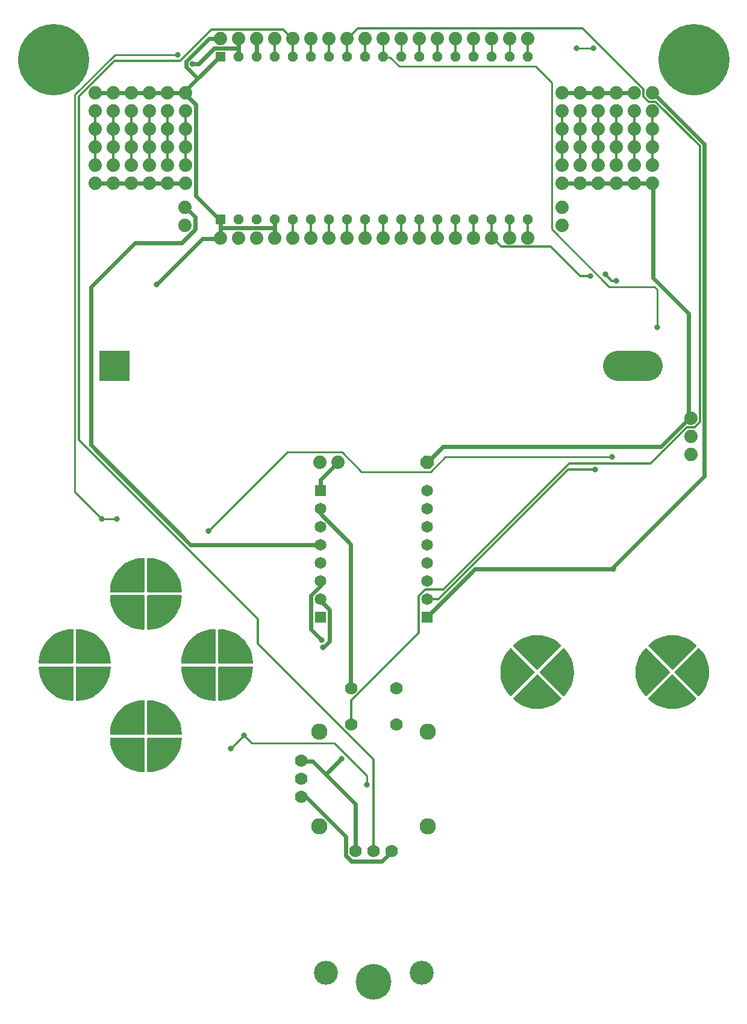
<source format=gbr>
G04 EAGLE Gerber RS-274X export*
G75*
%MOMM*%
%FSLAX34Y34*%
%LPD*%
%AMOC8*
5,1,8,0,0,1.08239X$1,22.5*%
G01*
%ADD10R,4.216000X4.216000*%
%ADD11C,4.216000*%
%ADD12R,1.649600X1.649600*%
%ADD13C,1.649600*%
%ADD14C,0.965200*%
%ADD15R,1.409600X1.409600*%
%ADD16P,1.525737X8X22.500000*%
%ADD17C,1.879600*%
%ADD18C,2.286000*%
%ADD19C,1.778000*%
%ADD20C,0.609600*%
%ADD21C,0.812800*%
%ADD22C,0.304800*%
%ADD23C,0.254000*%
%ADD24C,10.000000*%
%ADD25P,1.948302X8X22.500000*%
%ADD26C,3.366000*%
%ADD27C,5.016000*%

G36*
X957157Y456192D02*
X957157Y456192D01*
X957320Y456208D01*
X957321Y456208D01*
X957322Y456208D01*
X957467Y456261D01*
X957619Y456315D01*
X957620Y456316D01*
X957621Y456317D01*
X957749Y456403D01*
X957882Y456494D01*
X957883Y456495D01*
X957884Y456496D01*
X957998Y456610D01*
X961968Y461137D01*
X961970Y461139D01*
X961972Y461141D01*
X962069Y461269D01*
X965415Y466276D01*
X965416Y466278D01*
X965418Y466280D01*
X965498Y466420D01*
X968162Y471821D01*
X968162Y471823D01*
X968164Y471825D01*
X968225Y471974D01*
X970161Y477677D01*
X970161Y477679D01*
X970162Y477681D01*
X970204Y477837D01*
X971379Y483743D01*
X971379Y483746D01*
X971380Y483748D01*
X971400Y483908D01*
X971574Y486559D01*
X971794Y489917D01*
X971794Y489920D01*
X971794Y489922D01*
X971794Y490083D01*
X971400Y496092D01*
X971400Y496095D01*
X971400Y496097D01*
X971379Y496257D01*
X970204Y502163D01*
X970203Y502165D01*
X970203Y502168D01*
X970161Y502323D01*
X968225Y508026D01*
X968224Y508028D01*
X968223Y508031D01*
X968162Y508179D01*
X965498Y513580D01*
X965497Y513582D01*
X965496Y513585D01*
X965415Y513724D01*
X962069Y518731D01*
X962068Y518733D01*
X962067Y518735D01*
X961968Y518863D01*
X957998Y523390D01*
X957997Y523391D01*
X957996Y523392D01*
X957879Y523496D01*
X957760Y523601D01*
X957759Y523602D01*
X957758Y523603D01*
X957615Y523675D01*
X957477Y523746D01*
X957476Y523747D01*
X957475Y523747D01*
X957320Y523782D01*
X957167Y523817D01*
X957165Y523817D01*
X957164Y523817D01*
X957001Y523812D01*
X956849Y523808D01*
X956848Y523807D01*
X956846Y523807D01*
X956694Y523763D01*
X956543Y523720D01*
X956542Y523719D01*
X956541Y523719D01*
X956404Y523638D01*
X956269Y523559D01*
X956268Y523558D01*
X956267Y523557D01*
X956146Y523451D01*
X923593Y490898D01*
X923520Y490803D01*
X923441Y490714D01*
X923423Y490678D01*
X923398Y490646D01*
X923350Y490537D01*
X923296Y490431D01*
X923287Y490392D01*
X923271Y490354D01*
X923253Y490237D01*
X923227Y490121D01*
X923228Y490080D01*
X923222Y490040D01*
X923233Y489922D01*
X923236Y489803D01*
X923248Y489764D01*
X923251Y489724D01*
X923292Y489611D01*
X923325Y489497D01*
X923345Y489463D01*
X923359Y489424D01*
X923426Y489326D01*
X923486Y489223D01*
X923526Y489178D01*
X923538Y489161D01*
X923553Y489148D01*
X923593Y489103D01*
X956146Y456549D01*
X956147Y456548D01*
X956148Y456547D01*
X956275Y456449D01*
X956397Y456354D01*
X956398Y456354D01*
X956399Y456353D01*
X956544Y456291D01*
X956689Y456228D01*
X956690Y456228D01*
X956692Y456227D01*
X956841Y456204D01*
X957003Y456178D01*
X957005Y456178D01*
X957006Y456178D01*
X957157Y456192D01*
G37*
G36*
X767157Y456192D02*
X767157Y456192D01*
X767320Y456208D01*
X767321Y456208D01*
X767322Y456208D01*
X767467Y456261D01*
X767619Y456315D01*
X767620Y456316D01*
X767621Y456317D01*
X767749Y456403D01*
X767882Y456494D01*
X767883Y456495D01*
X767884Y456496D01*
X767998Y456610D01*
X771968Y461137D01*
X771970Y461139D01*
X771972Y461141D01*
X772069Y461269D01*
X775415Y466276D01*
X775416Y466278D01*
X775418Y466280D01*
X775498Y466420D01*
X778162Y471821D01*
X778162Y471823D01*
X778164Y471825D01*
X778225Y471974D01*
X780161Y477677D01*
X780161Y477679D01*
X780162Y477681D01*
X780204Y477837D01*
X781379Y483743D01*
X781379Y483746D01*
X781380Y483748D01*
X781400Y483908D01*
X781574Y486559D01*
X781794Y489917D01*
X781794Y489920D01*
X781794Y489922D01*
X781794Y490083D01*
X781400Y496092D01*
X781400Y496095D01*
X781400Y496097D01*
X781379Y496257D01*
X780204Y502163D01*
X780203Y502165D01*
X780203Y502168D01*
X780161Y502323D01*
X778225Y508026D01*
X778224Y508028D01*
X778223Y508031D01*
X778162Y508179D01*
X775498Y513580D01*
X775497Y513582D01*
X775496Y513585D01*
X775415Y513724D01*
X772069Y518731D01*
X772068Y518733D01*
X772067Y518735D01*
X771968Y518863D01*
X767998Y523390D01*
X767997Y523391D01*
X767996Y523392D01*
X767879Y523496D01*
X767760Y523601D01*
X767759Y523602D01*
X767758Y523603D01*
X767615Y523675D01*
X767477Y523746D01*
X767476Y523747D01*
X767475Y523747D01*
X767320Y523782D01*
X767167Y523817D01*
X767165Y523817D01*
X767164Y523817D01*
X767001Y523812D01*
X766849Y523808D01*
X766848Y523807D01*
X766846Y523807D01*
X766694Y523763D01*
X766543Y523720D01*
X766542Y523719D01*
X766541Y523719D01*
X766404Y523638D01*
X766269Y523559D01*
X766268Y523558D01*
X766267Y523557D01*
X766146Y523451D01*
X733593Y490898D01*
X733520Y490803D01*
X733441Y490714D01*
X733423Y490678D01*
X733398Y490646D01*
X733350Y490537D01*
X733296Y490431D01*
X733287Y490392D01*
X733271Y490354D01*
X733253Y490237D01*
X733227Y490121D01*
X733228Y490080D01*
X733222Y490040D01*
X733233Y489922D01*
X733236Y489803D01*
X733248Y489764D01*
X733251Y489724D01*
X733292Y489611D01*
X733325Y489497D01*
X733345Y489463D01*
X733359Y489424D01*
X733426Y489326D01*
X733486Y489223D01*
X733526Y489178D01*
X733538Y489161D01*
X733553Y489148D01*
X733593Y489103D01*
X766146Y456549D01*
X766147Y456548D01*
X766148Y456547D01*
X766275Y456449D01*
X766397Y456354D01*
X766398Y456354D01*
X766399Y456353D01*
X766544Y456291D01*
X766689Y456228D01*
X766690Y456228D01*
X766692Y456227D01*
X766841Y456204D01*
X767003Y456178D01*
X767005Y456178D01*
X767006Y456178D01*
X767157Y456192D01*
G37*
G36*
X882999Y456188D02*
X882999Y456188D01*
X883151Y456192D01*
X883152Y456193D01*
X883154Y456193D01*
X883306Y456237D01*
X883457Y456280D01*
X883458Y456281D01*
X883459Y456281D01*
X883596Y456362D01*
X883731Y456441D01*
X883732Y456442D01*
X883733Y456443D01*
X883854Y456549D01*
X916407Y489103D01*
X916480Y489197D01*
X916559Y489286D01*
X916577Y489322D01*
X916602Y489354D01*
X916650Y489463D01*
X916704Y489569D01*
X916713Y489608D01*
X916729Y489646D01*
X916747Y489763D01*
X916773Y489879D01*
X916772Y489920D01*
X916778Y489960D01*
X916767Y490078D01*
X916764Y490197D01*
X916752Y490236D01*
X916749Y490276D01*
X916708Y490389D01*
X916675Y490503D01*
X916655Y490538D01*
X916641Y490576D01*
X916574Y490674D01*
X916514Y490777D01*
X916474Y490822D01*
X916462Y490839D01*
X916447Y490852D01*
X916407Y490898D01*
X883854Y523451D01*
X883853Y523452D01*
X883852Y523453D01*
X883725Y523551D01*
X883603Y523646D01*
X883602Y523646D01*
X883601Y523647D01*
X883456Y523709D01*
X883311Y523772D01*
X883310Y523772D01*
X883308Y523773D01*
X883159Y523796D01*
X882997Y523822D01*
X882995Y523822D01*
X882994Y523822D01*
X882843Y523808D01*
X882680Y523792D01*
X882679Y523792D01*
X882678Y523792D01*
X882533Y523739D01*
X882381Y523685D01*
X882380Y523684D01*
X882379Y523683D01*
X882251Y523597D01*
X882118Y523506D01*
X882117Y523505D01*
X882116Y523504D01*
X882002Y523390D01*
X878032Y518863D01*
X878030Y518861D01*
X878028Y518859D01*
X877931Y518731D01*
X874585Y513724D01*
X874584Y513722D01*
X874582Y513720D01*
X874502Y513580D01*
X871838Y508179D01*
X871838Y508177D01*
X871836Y508175D01*
X871775Y508026D01*
X869839Y502323D01*
X869839Y502321D01*
X869838Y502319D01*
X869796Y502163D01*
X868621Y496257D01*
X868621Y496254D01*
X868620Y496252D01*
X868600Y496092D01*
X868318Y491797D01*
X868206Y490083D01*
X868206Y490080D01*
X868206Y490078D01*
X868206Y489917D01*
X868600Y483908D01*
X868600Y483905D01*
X868600Y483903D01*
X868621Y483743D01*
X869796Y477837D01*
X869797Y477835D01*
X869797Y477832D01*
X869839Y477677D01*
X871775Y471974D01*
X871776Y471972D01*
X871777Y471969D01*
X871838Y471821D01*
X874502Y466420D01*
X874503Y466418D01*
X874504Y466415D01*
X874585Y466276D01*
X877931Y461269D01*
X877932Y461267D01*
X877933Y461265D01*
X878032Y461137D01*
X882002Y456610D01*
X882003Y456609D01*
X882004Y456608D01*
X882126Y456500D01*
X882240Y456399D01*
X882241Y456398D01*
X882242Y456397D01*
X882385Y456325D01*
X882523Y456254D01*
X882524Y456253D01*
X882525Y456253D01*
X882680Y456218D01*
X882833Y456183D01*
X882835Y456183D01*
X882836Y456183D01*
X882999Y456188D01*
G37*
G36*
X692999Y456188D02*
X692999Y456188D01*
X693151Y456192D01*
X693152Y456193D01*
X693154Y456193D01*
X693306Y456237D01*
X693457Y456280D01*
X693458Y456281D01*
X693459Y456281D01*
X693596Y456362D01*
X693731Y456441D01*
X693732Y456442D01*
X693733Y456443D01*
X693854Y456549D01*
X726407Y489103D01*
X726480Y489197D01*
X726559Y489286D01*
X726577Y489322D01*
X726602Y489354D01*
X726650Y489463D01*
X726704Y489569D01*
X726713Y489608D01*
X726729Y489646D01*
X726747Y489763D01*
X726773Y489879D01*
X726772Y489920D01*
X726778Y489960D01*
X726767Y490078D01*
X726764Y490197D01*
X726752Y490236D01*
X726749Y490276D01*
X726708Y490389D01*
X726675Y490503D01*
X726655Y490538D01*
X726641Y490576D01*
X726574Y490674D01*
X726514Y490777D01*
X726474Y490822D01*
X726462Y490839D01*
X726447Y490852D01*
X726407Y490898D01*
X693854Y523451D01*
X693853Y523452D01*
X693852Y523453D01*
X693725Y523551D01*
X693603Y523646D01*
X693602Y523646D01*
X693601Y523647D01*
X693456Y523709D01*
X693311Y523772D01*
X693310Y523772D01*
X693308Y523773D01*
X693159Y523796D01*
X692997Y523822D01*
X692995Y523822D01*
X692994Y523822D01*
X692843Y523808D01*
X692680Y523792D01*
X692679Y523792D01*
X692678Y523792D01*
X692533Y523739D01*
X692381Y523685D01*
X692380Y523684D01*
X692379Y523683D01*
X692251Y523597D01*
X692118Y523506D01*
X692117Y523505D01*
X692116Y523504D01*
X692002Y523390D01*
X688032Y518863D01*
X688030Y518861D01*
X688028Y518859D01*
X687931Y518731D01*
X684585Y513724D01*
X684584Y513722D01*
X684582Y513720D01*
X684502Y513580D01*
X681838Y508179D01*
X681838Y508177D01*
X681836Y508175D01*
X681775Y508026D01*
X679839Y502323D01*
X679839Y502321D01*
X679838Y502319D01*
X679796Y502163D01*
X678621Y496257D01*
X678621Y496254D01*
X678620Y496252D01*
X678600Y496092D01*
X678318Y491797D01*
X678206Y490083D01*
X678206Y490080D01*
X678206Y490078D01*
X678206Y489917D01*
X678600Y483908D01*
X678600Y483905D01*
X678600Y483903D01*
X678621Y483743D01*
X679796Y477837D01*
X679797Y477835D01*
X679797Y477832D01*
X679839Y477677D01*
X681775Y471974D01*
X681776Y471972D01*
X681777Y471969D01*
X681838Y471821D01*
X684502Y466420D01*
X684503Y466418D01*
X684504Y466415D01*
X684585Y466276D01*
X687931Y461269D01*
X687932Y461267D01*
X687933Y461265D01*
X688032Y461137D01*
X692002Y456610D01*
X692003Y456609D01*
X692004Y456608D01*
X692126Y456500D01*
X692240Y456399D01*
X692241Y456398D01*
X692242Y456397D01*
X692385Y456325D01*
X692523Y456254D01*
X692524Y456253D01*
X692525Y456253D01*
X692680Y456218D01*
X692833Y456183D01*
X692835Y456183D01*
X692836Y456183D01*
X692999Y456188D01*
G37*
G36*
X920078Y493233D02*
X920078Y493233D01*
X920197Y493236D01*
X920236Y493248D01*
X920276Y493251D01*
X920389Y493292D01*
X920503Y493325D01*
X920538Y493345D01*
X920576Y493359D01*
X920674Y493426D01*
X920777Y493486D01*
X920822Y493526D01*
X920839Y493538D01*
X920852Y493553D01*
X920898Y493593D01*
X953451Y526146D01*
X953452Y526147D01*
X953453Y526148D01*
X953546Y526269D01*
X953646Y526397D01*
X953646Y526398D01*
X953647Y526399D01*
X953708Y526541D01*
X953772Y526689D01*
X953772Y526690D01*
X953773Y526692D01*
X953796Y526841D01*
X953822Y527003D01*
X953822Y527005D01*
X953822Y527006D01*
X953808Y527157D01*
X953792Y527320D01*
X953792Y527321D01*
X953792Y527322D01*
X953739Y527467D01*
X953685Y527619D01*
X953684Y527620D01*
X953683Y527621D01*
X953597Y527749D01*
X953506Y527882D01*
X953505Y527883D01*
X953504Y527884D01*
X953390Y527998D01*
X948863Y531968D01*
X948861Y531970D01*
X948859Y531972D01*
X948731Y532069D01*
X943724Y535415D01*
X943722Y535416D01*
X943720Y535418D01*
X943580Y535498D01*
X938179Y538162D01*
X938177Y538162D01*
X938175Y538164D01*
X938026Y538225D01*
X932323Y540161D01*
X932321Y540161D01*
X932319Y540162D01*
X932163Y540204D01*
X926257Y541379D01*
X926254Y541379D01*
X926252Y541380D01*
X926092Y541400D01*
X920083Y541794D01*
X920080Y541794D01*
X920078Y541794D01*
X919917Y541794D01*
X913908Y541400D01*
X913905Y541400D01*
X913903Y541400D01*
X913743Y541379D01*
X907837Y540204D01*
X907835Y540203D01*
X907832Y540203D01*
X907677Y540161D01*
X901974Y538225D01*
X901972Y538224D01*
X901969Y538223D01*
X901821Y538162D01*
X896420Y535498D01*
X896418Y535497D01*
X896415Y535496D01*
X896276Y535415D01*
X891269Y532069D01*
X891267Y532068D01*
X891265Y532067D01*
X891137Y531968D01*
X886610Y527998D01*
X886609Y527997D01*
X886608Y527996D01*
X886500Y527874D01*
X886399Y527760D01*
X886398Y527759D01*
X886397Y527758D01*
X886325Y527615D01*
X886254Y527477D01*
X886253Y527476D01*
X886253Y527475D01*
X886218Y527320D01*
X886183Y527167D01*
X886183Y527165D01*
X886183Y527164D01*
X886188Y527001D01*
X886192Y526849D01*
X886193Y526848D01*
X886193Y526846D01*
X886238Y526689D01*
X886280Y526543D01*
X886281Y526542D01*
X886281Y526541D01*
X886364Y526399D01*
X886441Y526269D01*
X886442Y526268D01*
X886443Y526267D01*
X886549Y526146D01*
X919103Y493593D01*
X919197Y493520D01*
X919286Y493441D01*
X919322Y493423D01*
X919354Y493398D01*
X919463Y493350D01*
X919569Y493296D01*
X919608Y493287D01*
X919646Y493271D01*
X919763Y493253D01*
X919879Y493227D01*
X919920Y493228D01*
X919960Y493222D01*
X920078Y493233D01*
G37*
G36*
X730078Y493233D02*
X730078Y493233D01*
X730197Y493236D01*
X730236Y493248D01*
X730276Y493251D01*
X730389Y493292D01*
X730503Y493325D01*
X730538Y493345D01*
X730576Y493359D01*
X730674Y493426D01*
X730777Y493486D01*
X730822Y493526D01*
X730839Y493538D01*
X730852Y493553D01*
X730898Y493593D01*
X763451Y526146D01*
X763452Y526147D01*
X763453Y526148D01*
X763546Y526269D01*
X763646Y526397D01*
X763646Y526398D01*
X763647Y526399D01*
X763708Y526541D01*
X763772Y526689D01*
X763772Y526690D01*
X763773Y526692D01*
X763796Y526841D01*
X763822Y527003D01*
X763822Y527005D01*
X763822Y527006D01*
X763808Y527157D01*
X763792Y527320D01*
X763792Y527321D01*
X763792Y527322D01*
X763739Y527467D01*
X763685Y527619D01*
X763684Y527620D01*
X763683Y527621D01*
X763597Y527749D01*
X763506Y527882D01*
X763505Y527883D01*
X763504Y527884D01*
X763390Y527998D01*
X758863Y531968D01*
X758861Y531970D01*
X758859Y531972D01*
X758731Y532069D01*
X753724Y535415D01*
X753722Y535416D01*
X753720Y535418D01*
X753580Y535498D01*
X748179Y538162D01*
X748177Y538162D01*
X748175Y538164D01*
X748026Y538225D01*
X742323Y540161D01*
X742321Y540161D01*
X742319Y540162D01*
X742163Y540204D01*
X736257Y541379D01*
X736254Y541379D01*
X736252Y541380D01*
X736092Y541400D01*
X730083Y541794D01*
X730080Y541794D01*
X730078Y541794D01*
X729917Y541794D01*
X723908Y541400D01*
X723905Y541400D01*
X723903Y541400D01*
X723743Y541379D01*
X717837Y540204D01*
X717835Y540203D01*
X717832Y540203D01*
X717677Y540161D01*
X711974Y538225D01*
X711972Y538224D01*
X711969Y538223D01*
X711821Y538162D01*
X706420Y535498D01*
X706418Y535497D01*
X706415Y535496D01*
X706276Y535415D01*
X701269Y532069D01*
X701267Y532068D01*
X701265Y532067D01*
X701137Y531968D01*
X696610Y527998D01*
X696609Y527997D01*
X696608Y527996D01*
X696500Y527874D01*
X696399Y527760D01*
X696398Y527759D01*
X696397Y527758D01*
X696325Y527615D01*
X696254Y527477D01*
X696253Y527476D01*
X696253Y527475D01*
X696218Y527320D01*
X696183Y527167D01*
X696183Y527165D01*
X696183Y527164D01*
X696188Y527001D01*
X696192Y526849D01*
X696193Y526848D01*
X696193Y526846D01*
X696238Y526689D01*
X696280Y526543D01*
X696281Y526542D01*
X696281Y526541D01*
X696364Y526399D01*
X696441Y526269D01*
X696442Y526268D01*
X696443Y526267D01*
X696549Y526146D01*
X729103Y493593D01*
X729197Y493520D01*
X729286Y493441D01*
X729322Y493423D01*
X729354Y493398D01*
X729463Y493350D01*
X729569Y493296D01*
X729608Y493287D01*
X729646Y493271D01*
X729763Y493253D01*
X729879Y493227D01*
X729920Y493228D01*
X729960Y493222D01*
X730078Y493233D01*
G37*
G36*
X920083Y438206D02*
X920083Y438206D01*
X926092Y438600D01*
X926095Y438600D01*
X926097Y438600D01*
X926257Y438621D01*
X932163Y439796D01*
X932165Y439797D01*
X932168Y439797D01*
X932323Y439839D01*
X938026Y441775D01*
X938028Y441776D01*
X938031Y441777D01*
X938179Y441838D01*
X943580Y444502D01*
X943582Y444503D01*
X943585Y444504D01*
X943724Y444585D01*
X948731Y447931D01*
X948733Y447932D01*
X948735Y447933D01*
X948863Y448032D01*
X953390Y452002D01*
X953391Y452003D01*
X953392Y452004D01*
X953491Y452116D01*
X953601Y452240D01*
X953602Y452241D01*
X953603Y452242D01*
X953675Y452385D01*
X953746Y452523D01*
X953747Y452524D01*
X953747Y452525D01*
X953781Y452678D01*
X953817Y452833D01*
X953817Y452835D01*
X953817Y452836D01*
X953812Y452999D01*
X953808Y453151D01*
X953807Y453152D01*
X953807Y453154D01*
X953763Y453306D01*
X953720Y453457D01*
X953719Y453458D01*
X953719Y453459D01*
X953638Y453596D01*
X953559Y453731D01*
X953558Y453732D01*
X953557Y453733D01*
X953451Y453854D01*
X920898Y486407D01*
X920803Y486480D01*
X920714Y486559D01*
X920678Y486577D01*
X920646Y486602D01*
X920537Y486650D01*
X920431Y486704D01*
X920392Y486713D01*
X920354Y486729D01*
X920237Y486747D01*
X920121Y486773D01*
X920080Y486772D01*
X920040Y486778D01*
X919922Y486767D01*
X919803Y486764D01*
X919764Y486752D01*
X919724Y486749D01*
X919611Y486708D01*
X919497Y486675D01*
X919463Y486655D01*
X919424Y486641D01*
X919326Y486574D01*
X919223Y486514D01*
X919178Y486474D01*
X919161Y486462D01*
X919148Y486447D01*
X919103Y486407D01*
X886549Y453854D01*
X886548Y453853D01*
X886547Y453852D01*
X886449Y453725D01*
X886354Y453603D01*
X886354Y453602D01*
X886353Y453601D01*
X886291Y453456D01*
X886228Y453311D01*
X886228Y453310D01*
X886227Y453308D01*
X886203Y453154D01*
X886178Y452997D01*
X886178Y452995D01*
X886178Y452994D01*
X886193Y452836D01*
X886208Y452680D01*
X886208Y452679D01*
X886208Y452678D01*
X886263Y452525D01*
X886315Y452381D01*
X886316Y452380D01*
X886317Y452379D01*
X886403Y452251D01*
X886494Y452118D01*
X886495Y452117D01*
X886496Y452116D01*
X886610Y452002D01*
X891137Y448032D01*
X891139Y448030D01*
X891141Y448028D01*
X891269Y447931D01*
X896276Y444585D01*
X896278Y444584D01*
X896280Y444582D01*
X896420Y444502D01*
X901821Y441838D01*
X901823Y441838D01*
X901825Y441836D01*
X901974Y441775D01*
X907677Y439839D01*
X907679Y439839D01*
X907681Y439838D01*
X907837Y439796D01*
X913743Y438621D01*
X913746Y438621D01*
X913748Y438620D01*
X913908Y438600D01*
X919917Y438206D01*
X919920Y438206D01*
X919922Y438206D01*
X920083Y438206D01*
G37*
G36*
X730083Y438206D02*
X730083Y438206D01*
X736092Y438600D01*
X736095Y438600D01*
X736097Y438600D01*
X736257Y438621D01*
X742163Y439796D01*
X742165Y439797D01*
X742168Y439797D01*
X742323Y439839D01*
X748026Y441775D01*
X748028Y441776D01*
X748031Y441777D01*
X748179Y441838D01*
X753580Y444502D01*
X753582Y444503D01*
X753585Y444504D01*
X753724Y444585D01*
X758731Y447931D01*
X758733Y447932D01*
X758735Y447933D01*
X758863Y448032D01*
X763390Y452002D01*
X763391Y452003D01*
X763392Y452004D01*
X763491Y452116D01*
X763601Y452240D01*
X763602Y452241D01*
X763603Y452242D01*
X763675Y452385D01*
X763746Y452523D01*
X763747Y452524D01*
X763747Y452525D01*
X763781Y452678D01*
X763817Y452833D01*
X763817Y452835D01*
X763817Y452836D01*
X763812Y452999D01*
X763808Y453151D01*
X763807Y453152D01*
X763807Y453154D01*
X763763Y453306D01*
X763720Y453457D01*
X763719Y453458D01*
X763719Y453459D01*
X763638Y453596D01*
X763559Y453731D01*
X763558Y453732D01*
X763557Y453733D01*
X763451Y453854D01*
X730898Y486407D01*
X730803Y486480D01*
X730714Y486559D01*
X730678Y486577D01*
X730646Y486602D01*
X730537Y486650D01*
X730431Y486704D01*
X730392Y486713D01*
X730354Y486729D01*
X730237Y486747D01*
X730121Y486773D01*
X730080Y486772D01*
X730040Y486778D01*
X729922Y486767D01*
X729803Y486764D01*
X729764Y486752D01*
X729724Y486749D01*
X729611Y486708D01*
X729497Y486675D01*
X729463Y486655D01*
X729424Y486641D01*
X729326Y486574D01*
X729223Y486514D01*
X729178Y486474D01*
X729161Y486462D01*
X729148Y486447D01*
X729103Y486407D01*
X696549Y453854D01*
X696548Y453853D01*
X696547Y453852D01*
X696449Y453725D01*
X696354Y453603D01*
X696354Y453602D01*
X696353Y453601D01*
X696291Y453456D01*
X696228Y453311D01*
X696228Y453310D01*
X696227Y453308D01*
X696203Y453154D01*
X696178Y452997D01*
X696178Y452995D01*
X696178Y452994D01*
X696193Y452836D01*
X696208Y452680D01*
X696208Y452679D01*
X696208Y452678D01*
X696263Y452525D01*
X696315Y452381D01*
X696316Y452380D01*
X696317Y452379D01*
X696403Y452251D01*
X696494Y452118D01*
X696495Y452117D01*
X696496Y452116D01*
X696610Y452002D01*
X701137Y448032D01*
X701139Y448030D01*
X701141Y448028D01*
X701269Y447931D01*
X706276Y444585D01*
X706278Y444584D01*
X706280Y444582D01*
X706420Y444502D01*
X711821Y441838D01*
X711823Y441838D01*
X711825Y441836D01*
X711974Y441775D01*
X717677Y439839D01*
X717679Y439839D01*
X717681Y439838D01*
X717837Y439796D01*
X723743Y438621D01*
X723746Y438621D01*
X723748Y438620D01*
X723908Y438600D01*
X729917Y438206D01*
X729920Y438206D01*
X729922Y438206D01*
X730083Y438206D01*
G37*
G36*
X176900Y349530D02*
X176900Y349530D01*
X177059Y349540D01*
X177061Y349541D01*
X177062Y349541D01*
X177213Y349589D01*
X177362Y349638D01*
X177363Y349638D01*
X177364Y349639D01*
X177499Y349724D01*
X177631Y349807D01*
X177632Y349808D01*
X177633Y349809D01*
X177744Y349926D01*
X177850Y350038D01*
X177850Y350039D01*
X177851Y350040D01*
X177926Y350176D01*
X178004Y350317D01*
X178004Y350318D01*
X178005Y350319D01*
X178043Y350467D01*
X178084Y350624D01*
X178084Y350626D01*
X178084Y350627D01*
X178094Y350788D01*
X178094Y396825D01*
X178079Y396943D01*
X178072Y397062D01*
X178059Y397100D01*
X178054Y397141D01*
X178011Y397251D01*
X177974Y397364D01*
X177952Y397399D01*
X177937Y397436D01*
X177868Y397532D01*
X177804Y397633D01*
X177774Y397661D01*
X177751Y397694D01*
X177659Y397770D01*
X177572Y397851D01*
X177537Y397871D01*
X177506Y397896D01*
X177398Y397947D01*
X177294Y398005D01*
X177254Y398015D01*
X177218Y398032D01*
X177101Y398054D01*
X176986Y398084D01*
X176926Y398088D01*
X176906Y398092D01*
X176885Y398090D01*
X176825Y398094D01*
X130788Y398094D01*
X130786Y398094D01*
X130785Y398094D01*
X130628Y398074D01*
X130472Y398054D01*
X130471Y398054D01*
X130470Y398054D01*
X130322Y397995D01*
X130176Y397937D01*
X130175Y397937D01*
X130174Y397936D01*
X130049Y397845D01*
X129919Y397751D01*
X129918Y397750D01*
X129917Y397749D01*
X129819Y397629D01*
X129716Y397506D01*
X129716Y397504D01*
X129715Y397503D01*
X129647Y397358D01*
X129581Y397218D01*
X129580Y397217D01*
X129580Y397215D01*
X129550Y397058D01*
X129521Y396906D01*
X129521Y396904D01*
X129521Y396903D01*
X129521Y396742D01*
X129915Y390733D01*
X129915Y390730D01*
X129915Y390728D01*
X129936Y390568D01*
X131111Y384662D01*
X131112Y384660D01*
X131112Y384657D01*
X131154Y384502D01*
X133090Y378799D01*
X133091Y378797D01*
X133092Y378794D01*
X133154Y378646D01*
X135817Y373245D01*
X135818Y373243D01*
X135819Y373240D01*
X135900Y373101D01*
X139246Y368094D01*
X139247Y368092D01*
X139248Y368090D01*
X139347Y367962D01*
X143317Y363435D01*
X143319Y363433D01*
X143321Y363431D01*
X143435Y363317D01*
X147962Y359347D01*
X147964Y359345D01*
X147966Y359343D01*
X148094Y359246D01*
X153101Y355900D01*
X153103Y355899D01*
X153105Y355897D01*
X153245Y355817D01*
X158646Y353154D01*
X158648Y353153D01*
X158650Y353151D01*
X158799Y353090D01*
X164502Y351154D01*
X164504Y351154D01*
X164506Y351153D01*
X164662Y351111D01*
X170568Y349936D01*
X170571Y349936D01*
X170573Y349936D01*
X170733Y349915D01*
X176742Y349521D01*
X176743Y349521D01*
X176745Y349521D01*
X176900Y349530D01*
G37*
G36*
X176900Y549530D02*
X176900Y549530D01*
X177059Y549540D01*
X177061Y549541D01*
X177062Y549541D01*
X177213Y549589D01*
X177362Y549638D01*
X177363Y549638D01*
X177364Y549639D01*
X177499Y549724D01*
X177631Y549807D01*
X177632Y549808D01*
X177633Y549809D01*
X177744Y549926D01*
X177850Y550038D01*
X177850Y550039D01*
X177851Y550040D01*
X177926Y550176D01*
X178004Y550317D01*
X178004Y550318D01*
X178005Y550319D01*
X178043Y550467D01*
X178084Y550624D01*
X178084Y550626D01*
X178084Y550627D01*
X178094Y550788D01*
X178094Y596825D01*
X178079Y596943D01*
X178072Y597062D01*
X178059Y597100D01*
X178054Y597141D01*
X178011Y597251D01*
X177974Y597364D01*
X177952Y597399D01*
X177937Y597436D01*
X177868Y597532D01*
X177804Y597633D01*
X177774Y597661D01*
X177751Y597694D01*
X177659Y597770D01*
X177572Y597851D01*
X177537Y597871D01*
X177506Y597896D01*
X177398Y597947D01*
X177294Y598005D01*
X177254Y598015D01*
X177218Y598032D01*
X177101Y598054D01*
X176986Y598084D01*
X176926Y598088D01*
X176906Y598092D01*
X176885Y598090D01*
X176825Y598094D01*
X130788Y598094D01*
X130786Y598094D01*
X130785Y598094D01*
X130628Y598074D01*
X130472Y598054D01*
X130471Y598054D01*
X130470Y598054D01*
X130322Y597995D01*
X130176Y597937D01*
X130175Y597937D01*
X130174Y597936D01*
X130049Y597845D01*
X129919Y597751D01*
X129918Y597750D01*
X129917Y597749D01*
X129819Y597629D01*
X129716Y597506D01*
X129716Y597504D01*
X129715Y597503D01*
X129647Y597358D01*
X129581Y597218D01*
X129580Y597217D01*
X129580Y597215D01*
X129550Y597058D01*
X129521Y596906D01*
X129521Y596904D01*
X129521Y596903D01*
X129521Y596742D01*
X129915Y590733D01*
X129915Y590730D01*
X129915Y590728D01*
X129936Y590568D01*
X131111Y584662D01*
X131112Y584660D01*
X131112Y584657D01*
X131154Y584502D01*
X133090Y578799D01*
X133091Y578797D01*
X133092Y578794D01*
X133154Y578646D01*
X135817Y573245D01*
X135818Y573243D01*
X135819Y573240D01*
X135900Y573101D01*
X139246Y568094D01*
X139247Y568092D01*
X139248Y568090D01*
X139347Y567962D01*
X143317Y563435D01*
X143319Y563433D01*
X143321Y563431D01*
X143435Y563317D01*
X147962Y559347D01*
X147964Y559345D01*
X147966Y559343D01*
X148094Y559246D01*
X153101Y555900D01*
X153103Y555899D01*
X153105Y555897D01*
X153245Y555817D01*
X158646Y553154D01*
X158648Y553153D01*
X158650Y553151D01*
X158799Y553090D01*
X164502Y551154D01*
X164504Y551154D01*
X164506Y551153D01*
X164662Y551111D01*
X170568Y549936D01*
X170571Y549936D01*
X170573Y549936D01*
X170733Y549915D01*
X176742Y549521D01*
X176743Y549521D01*
X176745Y549521D01*
X176900Y549530D01*
G37*
G36*
X276900Y449530D02*
X276900Y449530D01*
X277059Y449540D01*
X277061Y449541D01*
X277062Y449541D01*
X277213Y449589D01*
X277362Y449638D01*
X277363Y449638D01*
X277364Y449639D01*
X277499Y449724D01*
X277631Y449807D01*
X277632Y449808D01*
X277633Y449809D01*
X277744Y449926D01*
X277850Y450038D01*
X277850Y450039D01*
X277851Y450040D01*
X277926Y450176D01*
X278004Y450317D01*
X278004Y450318D01*
X278005Y450319D01*
X278043Y450467D01*
X278084Y450624D01*
X278084Y450626D01*
X278084Y450627D01*
X278094Y450788D01*
X278094Y496825D01*
X278079Y496943D01*
X278072Y497062D01*
X278059Y497100D01*
X278054Y497141D01*
X278011Y497251D01*
X277974Y497364D01*
X277952Y497399D01*
X277937Y497436D01*
X277868Y497532D01*
X277804Y497633D01*
X277774Y497661D01*
X277751Y497694D01*
X277659Y497770D01*
X277572Y497851D01*
X277537Y497871D01*
X277506Y497896D01*
X277398Y497947D01*
X277294Y498005D01*
X277254Y498015D01*
X277218Y498032D01*
X277101Y498054D01*
X276986Y498084D01*
X276926Y498088D01*
X276906Y498092D01*
X276885Y498090D01*
X276825Y498094D01*
X230788Y498094D01*
X230786Y498094D01*
X230785Y498094D01*
X230628Y498074D01*
X230472Y498054D01*
X230471Y498054D01*
X230470Y498054D01*
X230322Y497995D01*
X230176Y497937D01*
X230175Y497937D01*
X230174Y497936D01*
X230049Y497845D01*
X229919Y497751D01*
X229918Y497750D01*
X229917Y497749D01*
X229819Y497629D01*
X229716Y497506D01*
X229716Y497504D01*
X229715Y497503D01*
X229647Y497358D01*
X229581Y497218D01*
X229580Y497217D01*
X229580Y497215D01*
X229550Y497058D01*
X229521Y496906D01*
X229521Y496904D01*
X229521Y496903D01*
X229521Y496742D01*
X229915Y490733D01*
X229915Y490730D01*
X229915Y490728D01*
X229936Y490568D01*
X231111Y484662D01*
X231112Y484660D01*
X231112Y484657D01*
X231154Y484502D01*
X233090Y478799D01*
X233091Y478797D01*
X233092Y478794D01*
X233154Y478646D01*
X235817Y473245D01*
X235818Y473243D01*
X235819Y473240D01*
X235900Y473101D01*
X239246Y468094D01*
X239247Y468092D01*
X239248Y468090D01*
X239347Y467962D01*
X243317Y463435D01*
X243319Y463433D01*
X243321Y463431D01*
X243435Y463317D01*
X247962Y459347D01*
X247964Y459345D01*
X247966Y459343D01*
X248094Y459246D01*
X253101Y455900D01*
X253103Y455899D01*
X253105Y455897D01*
X253245Y455817D01*
X258646Y453154D01*
X258648Y453153D01*
X258650Y453151D01*
X258799Y453090D01*
X264502Y451154D01*
X264504Y451154D01*
X264506Y451153D01*
X264662Y451111D01*
X270568Y449936D01*
X270571Y449936D01*
X270573Y449936D01*
X270733Y449915D01*
X276742Y449521D01*
X276743Y449521D01*
X276745Y449521D01*
X276900Y449530D01*
G37*
G36*
X76900Y449530D02*
X76900Y449530D01*
X77059Y449540D01*
X77061Y449541D01*
X77062Y449541D01*
X77213Y449589D01*
X77362Y449638D01*
X77363Y449638D01*
X77364Y449639D01*
X77499Y449724D01*
X77631Y449807D01*
X77632Y449808D01*
X77633Y449809D01*
X77744Y449926D01*
X77850Y450038D01*
X77850Y450039D01*
X77851Y450040D01*
X77926Y450176D01*
X78004Y450317D01*
X78004Y450318D01*
X78005Y450319D01*
X78043Y450467D01*
X78084Y450624D01*
X78084Y450626D01*
X78084Y450627D01*
X78094Y450788D01*
X78094Y496825D01*
X78079Y496943D01*
X78072Y497062D01*
X78059Y497100D01*
X78054Y497141D01*
X78011Y497251D01*
X77974Y497364D01*
X77952Y497399D01*
X77937Y497436D01*
X77868Y497532D01*
X77804Y497633D01*
X77774Y497661D01*
X77751Y497694D01*
X77659Y497770D01*
X77572Y497851D01*
X77537Y497871D01*
X77506Y497896D01*
X77398Y497947D01*
X77294Y498005D01*
X77254Y498015D01*
X77218Y498032D01*
X77101Y498054D01*
X76986Y498084D01*
X76926Y498088D01*
X76906Y498092D01*
X76885Y498090D01*
X76825Y498094D01*
X30788Y498094D01*
X30786Y498094D01*
X30785Y498094D01*
X30628Y498074D01*
X30472Y498054D01*
X30471Y498054D01*
X30470Y498054D01*
X30322Y497995D01*
X30176Y497937D01*
X30175Y497937D01*
X30174Y497936D01*
X30049Y497845D01*
X29919Y497751D01*
X29918Y497750D01*
X29917Y497749D01*
X29819Y497629D01*
X29716Y497506D01*
X29716Y497504D01*
X29715Y497503D01*
X29647Y497358D01*
X29581Y497218D01*
X29580Y497217D01*
X29580Y497215D01*
X29550Y497058D01*
X29521Y496906D01*
X29521Y496904D01*
X29521Y496903D01*
X29521Y496742D01*
X29915Y490733D01*
X29915Y490730D01*
X29915Y490728D01*
X29936Y490568D01*
X31111Y484662D01*
X31112Y484660D01*
X31112Y484657D01*
X31154Y484502D01*
X33090Y478799D01*
X33091Y478797D01*
X33092Y478794D01*
X33154Y478646D01*
X35817Y473245D01*
X35818Y473243D01*
X35819Y473240D01*
X35900Y473101D01*
X39246Y468094D01*
X39247Y468092D01*
X39248Y468090D01*
X39347Y467962D01*
X43317Y463435D01*
X43319Y463433D01*
X43321Y463431D01*
X43435Y463317D01*
X47962Y459347D01*
X47964Y459345D01*
X47966Y459343D01*
X48094Y459246D01*
X53101Y455900D01*
X53103Y455899D01*
X53105Y455897D01*
X53245Y455817D01*
X58646Y453154D01*
X58648Y453153D01*
X58650Y453151D01*
X58799Y453090D01*
X64502Y451154D01*
X64504Y451154D01*
X64506Y451153D01*
X64662Y451111D01*
X70568Y449936D01*
X70571Y449936D01*
X70573Y449936D01*
X70733Y449915D01*
X76742Y449521D01*
X76743Y449521D01*
X76745Y449521D01*
X76900Y449530D01*
G37*
G36*
X183258Y349521D02*
X183258Y349521D01*
X189267Y349915D01*
X189270Y349915D01*
X189272Y349915D01*
X189432Y349936D01*
X195338Y351111D01*
X195340Y351112D01*
X195343Y351112D01*
X195498Y351154D01*
X201201Y353090D01*
X201203Y353091D01*
X201206Y353092D01*
X201354Y353154D01*
X206755Y355817D01*
X206757Y355818D01*
X206760Y355819D01*
X206899Y355900D01*
X211906Y359246D01*
X211908Y359247D01*
X211910Y359248D01*
X212038Y359347D01*
X216565Y363317D01*
X216567Y363319D01*
X216569Y363321D01*
X216683Y363435D01*
X220653Y367962D01*
X220655Y367964D01*
X220657Y367966D01*
X220754Y368094D01*
X224100Y373101D01*
X224101Y373103D01*
X224103Y373105D01*
X224183Y373245D01*
X226846Y378646D01*
X226847Y378648D01*
X226849Y378650D01*
X226910Y378799D01*
X228846Y384502D01*
X228846Y384504D01*
X228847Y384506D01*
X228889Y384662D01*
X230064Y390568D01*
X230064Y390571D01*
X230065Y390573D01*
X230085Y390733D01*
X230479Y396742D01*
X230479Y396743D01*
X230479Y396745D01*
X230470Y396900D01*
X230460Y397059D01*
X230460Y397061D01*
X230459Y397062D01*
X230411Y397213D01*
X230362Y397362D01*
X230362Y397363D01*
X230361Y397364D01*
X230276Y397499D01*
X230193Y397631D01*
X230192Y397632D01*
X230191Y397633D01*
X230078Y397740D01*
X229962Y397850D01*
X229961Y397850D01*
X229960Y397851D01*
X229820Y397928D01*
X229683Y398004D01*
X229682Y398004D01*
X229681Y398005D01*
X229533Y398043D01*
X229376Y398084D01*
X229374Y398084D01*
X229373Y398084D01*
X229213Y398094D01*
X183175Y398094D01*
X183057Y398079D01*
X182938Y398072D01*
X182900Y398059D01*
X182859Y398054D01*
X182749Y398011D01*
X182636Y397974D01*
X182601Y397952D01*
X182564Y397937D01*
X182468Y397868D01*
X182367Y397804D01*
X182339Y397774D01*
X182306Y397751D01*
X182231Y397659D01*
X182149Y397572D01*
X182129Y397537D01*
X182104Y397506D01*
X182053Y397398D01*
X181995Y397294D01*
X181985Y397254D01*
X181968Y397218D01*
X181946Y397101D01*
X181916Y396986D01*
X181912Y396926D01*
X181908Y396906D01*
X181910Y396885D01*
X181906Y396825D01*
X181906Y350788D01*
X181906Y350786D01*
X181906Y350785D01*
X181926Y350627D01*
X181946Y350472D01*
X181946Y350471D01*
X181946Y350470D01*
X182008Y350315D01*
X182063Y350176D01*
X182063Y350175D01*
X182064Y350174D01*
X182161Y350040D01*
X182249Y349919D01*
X182251Y349918D01*
X182251Y349917D01*
X182371Y349819D01*
X182494Y349716D01*
X182496Y349716D01*
X182497Y349715D01*
X182642Y349647D01*
X182782Y349581D01*
X182783Y349580D01*
X182785Y349580D01*
X182942Y349550D01*
X183095Y349521D01*
X183096Y349521D01*
X183097Y349521D01*
X183258Y349521D01*
G37*
G36*
X283258Y449521D02*
X283258Y449521D01*
X289267Y449915D01*
X289270Y449915D01*
X289272Y449915D01*
X289432Y449936D01*
X295338Y451111D01*
X295340Y451112D01*
X295343Y451112D01*
X295498Y451154D01*
X301201Y453090D01*
X301203Y453091D01*
X301206Y453092D01*
X301354Y453154D01*
X306755Y455817D01*
X306757Y455818D01*
X306760Y455819D01*
X306899Y455900D01*
X311906Y459246D01*
X311908Y459247D01*
X311910Y459248D01*
X312038Y459347D01*
X316565Y463317D01*
X316567Y463319D01*
X316569Y463321D01*
X316683Y463435D01*
X320653Y467962D01*
X320655Y467964D01*
X320657Y467966D01*
X320754Y468094D01*
X324100Y473101D01*
X324101Y473103D01*
X324103Y473105D01*
X324183Y473245D01*
X326846Y478646D01*
X326847Y478648D01*
X326849Y478650D01*
X326910Y478799D01*
X328846Y484502D01*
X328846Y484504D01*
X328847Y484506D01*
X328889Y484662D01*
X330064Y490568D01*
X330064Y490571D01*
X330065Y490573D01*
X330085Y490733D01*
X330479Y496742D01*
X330479Y496743D01*
X330479Y496745D01*
X330470Y496900D01*
X330460Y497059D01*
X330460Y497061D01*
X330459Y497062D01*
X330411Y497213D01*
X330362Y497362D01*
X330362Y497363D01*
X330361Y497364D01*
X330276Y497499D01*
X330193Y497631D01*
X330192Y497632D01*
X330191Y497633D01*
X330078Y497740D01*
X329962Y497850D01*
X329961Y497850D01*
X329960Y497851D01*
X329820Y497928D01*
X329683Y498004D01*
X329682Y498004D01*
X329681Y498005D01*
X329533Y498043D01*
X329376Y498084D01*
X329374Y498084D01*
X329373Y498084D01*
X329213Y498094D01*
X283175Y498094D01*
X283057Y498079D01*
X282938Y498072D01*
X282900Y498059D01*
X282859Y498054D01*
X282749Y498011D01*
X282636Y497974D01*
X282601Y497952D01*
X282564Y497937D01*
X282468Y497868D01*
X282367Y497804D01*
X282339Y497774D01*
X282306Y497751D01*
X282231Y497659D01*
X282149Y497572D01*
X282129Y497537D01*
X282104Y497506D01*
X282053Y497398D01*
X281995Y497294D01*
X281985Y497254D01*
X281968Y497218D01*
X281946Y497101D01*
X281916Y496986D01*
X281912Y496926D01*
X281908Y496906D01*
X281910Y496885D01*
X281906Y496825D01*
X281906Y450788D01*
X281906Y450786D01*
X281906Y450785D01*
X281926Y450627D01*
X281946Y450472D01*
X281946Y450471D01*
X281946Y450470D01*
X282008Y450315D01*
X282063Y450176D01*
X282063Y450175D01*
X282064Y450174D01*
X282161Y450040D01*
X282249Y449919D01*
X282251Y449918D01*
X282251Y449917D01*
X282371Y449819D01*
X282494Y449716D01*
X282496Y449716D01*
X282497Y449715D01*
X282642Y449647D01*
X282782Y449581D01*
X282783Y449580D01*
X282785Y449580D01*
X282942Y449550D01*
X283095Y449521D01*
X283096Y449521D01*
X283097Y449521D01*
X283258Y449521D01*
G37*
G36*
X183258Y549521D02*
X183258Y549521D01*
X189267Y549915D01*
X189270Y549915D01*
X189272Y549915D01*
X189432Y549936D01*
X195338Y551111D01*
X195340Y551112D01*
X195343Y551112D01*
X195498Y551154D01*
X201201Y553090D01*
X201203Y553091D01*
X201206Y553092D01*
X201354Y553154D01*
X206755Y555817D01*
X206757Y555818D01*
X206760Y555819D01*
X206899Y555900D01*
X211906Y559246D01*
X211908Y559247D01*
X211910Y559248D01*
X212038Y559347D01*
X216565Y563317D01*
X216567Y563319D01*
X216569Y563321D01*
X216683Y563435D01*
X220653Y567962D01*
X220655Y567964D01*
X220657Y567966D01*
X220754Y568094D01*
X224100Y573101D01*
X224101Y573103D01*
X224103Y573105D01*
X224183Y573245D01*
X226846Y578646D01*
X226847Y578648D01*
X226849Y578650D01*
X226910Y578799D01*
X228846Y584502D01*
X228846Y584504D01*
X228847Y584506D01*
X228889Y584662D01*
X230064Y590568D01*
X230064Y590571D01*
X230065Y590573D01*
X230085Y590733D01*
X230479Y596742D01*
X230479Y596743D01*
X230479Y596745D01*
X230470Y596900D01*
X230460Y597059D01*
X230460Y597061D01*
X230459Y597062D01*
X230411Y597213D01*
X230362Y597362D01*
X230362Y597363D01*
X230361Y597364D01*
X230276Y597499D01*
X230193Y597631D01*
X230192Y597632D01*
X230191Y597633D01*
X230078Y597740D01*
X229962Y597850D01*
X229961Y597850D01*
X229960Y597851D01*
X229820Y597928D01*
X229683Y598004D01*
X229682Y598004D01*
X229681Y598005D01*
X229533Y598043D01*
X229376Y598084D01*
X229374Y598084D01*
X229373Y598084D01*
X229213Y598094D01*
X183175Y598094D01*
X183057Y598079D01*
X182938Y598072D01*
X182900Y598059D01*
X182859Y598054D01*
X182749Y598011D01*
X182636Y597974D01*
X182601Y597952D01*
X182564Y597937D01*
X182468Y597868D01*
X182367Y597804D01*
X182339Y597774D01*
X182306Y597751D01*
X182231Y597659D01*
X182149Y597572D01*
X182129Y597537D01*
X182104Y597506D01*
X182053Y597398D01*
X181995Y597294D01*
X181985Y597254D01*
X181968Y597218D01*
X181946Y597101D01*
X181916Y596986D01*
X181912Y596926D01*
X181908Y596906D01*
X181910Y596885D01*
X181906Y596825D01*
X181906Y550788D01*
X181906Y550786D01*
X181906Y550785D01*
X181926Y550627D01*
X181946Y550472D01*
X181946Y550471D01*
X181946Y550470D01*
X182008Y550315D01*
X182063Y550176D01*
X182063Y550175D01*
X182064Y550174D01*
X182161Y550040D01*
X182249Y549919D01*
X182251Y549918D01*
X182251Y549917D01*
X182371Y549819D01*
X182494Y549716D01*
X182496Y549716D01*
X182497Y549715D01*
X182642Y549647D01*
X182782Y549581D01*
X182783Y549580D01*
X182785Y549580D01*
X182942Y549550D01*
X183095Y549521D01*
X183096Y549521D01*
X183097Y549521D01*
X183258Y549521D01*
G37*
G36*
X83258Y449521D02*
X83258Y449521D01*
X89267Y449915D01*
X89270Y449915D01*
X89272Y449915D01*
X89432Y449936D01*
X95338Y451111D01*
X95340Y451112D01*
X95343Y451112D01*
X95498Y451154D01*
X101201Y453090D01*
X101203Y453091D01*
X101206Y453092D01*
X101354Y453154D01*
X106755Y455817D01*
X106757Y455818D01*
X106760Y455819D01*
X106899Y455900D01*
X111906Y459246D01*
X111908Y459247D01*
X111910Y459248D01*
X112038Y459347D01*
X116565Y463317D01*
X116567Y463319D01*
X116569Y463321D01*
X116683Y463435D01*
X120653Y467962D01*
X120655Y467964D01*
X120657Y467966D01*
X120754Y468094D01*
X124100Y473101D01*
X124101Y473103D01*
X124103Y473105D01*
X124183Y473245D01*
X126846Y478646D01*
X126847Y478648D01*
X126849Y478650D01*
X126910Y478799D01*
X128846Y484502D01*
X128846Y484504D01*
X128847Y484506D01*
X128889Y484662D01*
X130064Y490568D01*
X130064Y490571D01*
X130065Y490573D01*
X130085Y490733D01*
X130479Y496742D01*
X130479Y496743D01*
X130479Y496745D01*
X130470Y496900D01*
X130460Y497059D01*
X130460Y497061D01*
X130459Y497062D01*
X130411Y497213D01*
X130362Y497362D01*
X130362Y497363D01*
X130361Y497364D01*
X130276Y497499D01*
X130193Y497631D01*
X130192Y497632D01*
X130191Y497633D01*
X130078Y497740D01*
X129962Y497850D01*
X129961Y497850D01*
X129960Y497851D01*
X129820Y497928D01*
X129683Y498004D01*
X129682Y498004D01*
X129681Y498005D01*
X129533Y498043D01*
X129376Y498084D01*
X129374Y498084D01*
X129373Y498084D01*
X129213Y498094D01*
X83175Y498094D01*
X83057Y498079D01*
X82938Y498072D01*
X82900Y498059D01*
X82859Y498054D01*
X82749Y498011D01*
X82636Y497974D01*
X82601Y497952D01*
X82564Y497937D01*
X82468Y497868D01*
X82367Y497804D01*
X82339Y497774D01*
X82306Y497751D01*
X82231Y497659D01*
X82149Y497572D01*
X82129Y497537D01*
X82104Y497506D01*
X82053Y497398D01*
X81995Y497294D01*
X81985Y497254D01*
X81968Y497218D01*
X81946Y497101D01*
X81916Y496986D01*
X81912Y496926D01*
X81908Y496906D01*
X81910Y496885D01*
X81906Y496825D01*
X81906Y450788D01*
X81906Y450786D01*
X81906Y450785D01*
X81926Y450627D01*
X81946Y450472D01*
X81946Y450471D01*
X81946Y450470D01*
X82008Y450315D01*
X82063Y450176D01*
X82063Y450175D01*
X82064Y450174D01*
X82161Y450040D01*
X82249Y449919D01*
X82251Y449918D01*
X82251Y449917D01*
X82371Y449819D01*
X82494Y449716D01*
X82496Y449716D01*
X82497Y449715D01*
X82642Y449647D01*
X82782Y449581D01*
X82783Y449580D01*
X82785Y449580D01*
X82942Y449550D01*
X83095Y449521D01*
X83096Y449521D01*
X83097Y449521D01*
X83258Y449521D01*
G37*
G36*
X329214Y501906D02*
X329214Y501906D01*
X329215Y501906D01*
X329372Y501926D01*
X329528Y501946D01*
X329529Y501946D01*
X329530Y501946D01*
X329678Y502005D01*
X329824Y502063D01*
X329825Y502063D01*
X329826Y502064D01*
X329951Y502155D01*
X330081Y502249D01*
X330082Y502251D01*
X330083Y502251D01*
X330181Y502371D01*
X330284Y502494D01*
X330284Y502496D01*
X330285Y502497D01*
X330353Y502642D01*
X330419Y502782D01*
X330420Y502783D01*
X330420Y502785D01*
X330449Y502938D01*
X330479Y503095D01*
X330479Y503096D01*
X330479Y503097D01*
X330479Y503258D01*
X330085Y509267D01*
X330085Y509270D01*
X330085Y509272D01*
X330064Y509432D01*
X328889Y515338D01*
X328888Y515340D01*
X328888Y515343D01*
X328846Y515498D01*
X326910Y521201D01*
X326909Y521203D01*
X326908Y521206D01*
X326846Y521354D01*
X324183Y526755D01*
X324182Y526757D01*
X324181Y526760D01*
X324100Y526899D01*
X320754Y531906D01*
X320753Y531908D01*
X320752Y531910D01*
X320653Y532038D01*
X316683Y536565D01*
X316681Y536567D01*
X316679Y536569D01*
X316565Y536683D01*
X312038Y540653D01*
X312036Y540655D01*
X312034Y540657D01*
X311906Y540754D01*
X306899Y544100D01*
X306897Y544101D01*
X306895Y544103D01*
X306755Y544183D01*
X301354Y546846D01*
X301352Y546847D01*
X301350Y546849D01*
X301201Y546910D01*
X295498Y548846D01*
X295496Y548846D01*
X295494Y548847D01*
X295338Y548889D01*
X289432Y550064D01*
X289429Y550064D01*
X289427Y550065D01*
X289267Y550085D01*
X283258Y550479D01*
X283257Y550479D01*
X283256Y550479D01*
X283100Y550470D01*
X282941Y550460D01*
X282939Y550460D01*
X282938Y550459D01*
X282787Y550411D01*
X282638Y550362D01*
X282637Y550362D01*
X282636Y550361D01*
X282501Y550276D01*
X282369Y550193D01*
X282368Y550192D01*
X282367Y550191D01*
X282256Y550074D01*
X282150Y549962D01*
X282150Y549961D01*
X282149Y549960D01*
X282072Y549820D01*
X281996Y549683D01*
X281996Y549682D01*
X281995Y549681D01*
X281957Y549533D01*
X281916Y549376D01*
X281916Y549374D01*
X281916Y549373D01*
X281906Y549213D01*
X281906Y503175D01*
X281921Y503057D01*
X281928Y502938D01*
X281941Y502900D01*
X281946Y502859D01*
X281989Y502749D01*
X282026Y502636D01*
X282048Y502601D01*
X282063Y502564D01*
X282133Y502468D01*
X282196Y502367D01*
X282226Y502339D01*
X282249Y502306D01*
X282341Y502231D01*
X282428Y502149D01*
X282463Y502129D01*
X282494Y502104D01*
X282602Y502053D01*
X282706Y501995D01*
X282746Y501985D01*
X282782Y501968D01*
X282899Y501946D01*
X283014Y501916D01*
X283075Y501912D01*
X283095Y501908D01*
X283115Y501910D01*
X283175Y501906D01*
X329213Y501906D01*
X329214Y501906D01*
G37*
G36*
X229214Y601906D02*
X229214Y601906D01*
X229215Y601906D01*
X229372Y601926D01*
X229528Y601946D01*
X229529Y601946D01*
X229530Y601946D01*
X229678Y602005D01*
X229824Y602063D01*
X229825Y602063D01*
X229826Y602064D01*
X229951Y602155D01*
X230081Y602249D01*
X230082Y602251D01*
X230083Y602251D01*
X230181Y602371D01*
X230284Y602494D01*
X230284Y602496D01*
X230285Y602497D01*
X230353Y602642D01*
X230419Y602782D01*
X230420Y602783D01*
X230420Y602785D01*
X230449Y602938D01*
X230479Y603095D01*
X230479Y603096D01*
X230479Y603097D01*
X230479Y603258D01*
X230085Y609267D01*
X230085Y609270D01*
X230085Y609272D01*
X230064Y609432D01*
X228889Y615338D01*
X228888Y615340D01*
X228888Y615343D01*
X228846Y615498D01*
X226910Y621201D01*
X226909Y621203D01*
X226908Y621206D01*
X226846Y621354D01*
X224183Y626755D01*
X224182Y626757D01*
X224181Y626760D01*
X224100Y626899D01*
X220754Y631906D01*
X220753Y631908D01*
X220752Y631910D01*
X220653Y632038D01*
X216683Y636565D01*
X216681Y636567D01*
X216679Y636569D01*
X216565Y636683D01*
X212038Y640653D01*
X212036Y640655D01*
X212034Y640657D01*
X211906Y640754D01*
X206899Y644100D01*
X206897Y644101D01*
X206895Y644103D01*
X206755Y644183D01*
X201354Y646846D01*
X201352Y646847D01*
X201350Y646849D01*
X201201Y646910D01*
X195498Y648846D01*
X195496Y648846D01*
X195494Y648847D01*
X195338Y648889D01*
X189432Y650064D01*
X189429Y650064D01*
X189427Y650065D01*
X189267Y650085D01*
X183258Y650479D01*
X183257Y650479D01*
X183256Y650479D01*
X183100Y650470D01*
X182941Y650460D01*
X182939Y650460D01*
X182938Y650459D01*
X182787Y650411D01*
X182638Y650362D01*
X182637Y650362D01*
X182636Y650361D01*
X182501Y650276D01*
X182369Y650193D01*
X182368Y650192D01*
X182367Y650191D01*
X182256Y650074D01*
X182150Y649962D01*
X182150Y649961D01*
X182149Y649960D01*
X182072Y649820D01*
X181996Y649683D01*
X181996Y649682D01*
X181995Y649681D01*
X181957Y649533D01*
X181916Y649376D01*
X181916Y649374D01*
X181916Y649373D01*
X181906Y649213D01*
X181906Y603175D01*
X181921Y603057D01*
X181928Y602938D01*
X181941Y602900D01*
X181946Y602859D01*
X181989Y602749D01*
X182026Y602636D01*
X182048Y602601D01*
X182063Y602564D01*
X182133Y602468D01*
X182196Y602367D01*
X182226Y602339D01*
X182249Y602306D01*
X182341Y602231D01*
X182428Y602149D01*
X182463Y602129D01*
X182494Y602104D01*
X182602Y602053D01*
X182706Y601995D01*
X182746Y601985D01*
X182782Y601968D01*
X182899Y601946D01*
X183014Y601916D01*
X183075Y601912D01*
X183095Y601908D01*
X183115Y601910D01*
X183175Y601906D01*
X229213Y601906D01*
X229214Y601906D01*
G37*
G36*
X229214Y401906D02*
X229214Y401906D01*
X229215Y401906D01*
X229372Y401926D01*
X229528Y401946D01*
X229529Y401946D01*
X229530Y401946D01*
X229678Y402005D01*
X229824Y402063D01*
X229825Y402063D01*
X229826Y402064D01*
X229951Y402155D01*
X230081Y402249D01*
X230082Y402251D01*
X230083Y402251D01*
X230181Y402371D01*
X230284Y402494D01*
X230284Y402496D01*
X230285Y402497D01*
X230353Y402642D01*
X230419Y402782D01*
X230420Y402783D01*
X230420Y402785D01*
X230449Y402938D01*
X230479Y403095D01*
X230479Y403096D01*
X230479Y403097D01*
X230479Y403258D01*
X230085Y409267D01*
X230085Y409270D01*
X230085Y409272D01*
X230064Y409432D01*
X228889Y415338D01*
X228888Y415340D01*
X228888Y415343D01*
X228846Y415498D01*
X226910Y421201D01*
X226909Y421203D01*
X226908Y421206D01*
X226846Y421354D01*
X224183Y426755D01*
X224182Y426757D01*
X224181Y426760D01*
X224100Y426899D01*
X220754Y431906D01*
X220753Y431908D01*
X220752Y431910D01*
X220653Y432038D01*
X216683Y436565D01*
X216681Y436567D01*
X216679Y436569D01*
X216565Y436683D01*
X212038Y440653D01*
X212036Y440655D01*
X212034Y440657D01*
X211906Y440754D01*
X206899Y444100D01*
X206897Y444101D01*
X206895Y444103D01*
X206755Y444183D01*
X201354Y446846D01*
X201352Y446847D01*
X201350Y446849D01*
X201201Y446910D01*
X195498Y448846D01*
X195496Y448846D01*
X195494Y448847D01*
X195338Y448889D01*
X189432Y450064D01*
X189429Y450064D01*
X189427Y450065D01*
X189267Y450085D01*
X183258Y450479D01*
X183257Y450479D01*
X183256Y450479D01*
X183100Y450470D01*
X182941Y450460D01*
X182939Y450460D01*
X182938Y450459D01*
X182787Y450411D01*
X182638Y450362D01*
X182637Y450362D01*
X182636Y450361D01*
X182501Y450276D01*
X182369Y450193D01*
X182368Y450192D01*
X182367Y450191D01*
X182256Y450074D01*
X182150Y449962D01*
X182150Y449961D01*
X182149Y449960D01*
X182072Y449820D01*
X181996Y449683D01*
X181996Y449682D01*
X181995Y449681D01*
X181957Y449533D01*
X181916Y449376D01*
X181916Y449374D01*
X181916Y449373D01*
X181906Y449213D01*
X181906Y403175D01*
X181921Y403057D01*
X181928Y402938D01*
X181941Y402900D01*
X181946Y402859D01*
X181989Y402749D01*
X182026Y402636D01*
X182048Y402601D01*
X182063Y402564D01*
X182133Y402468D01*
X182196Y402367D01*
X182226Y402339D01*
X182249Y402306D01*
X182341Y402231D01*
X182428Y402149D01*
X182463Y402129D01*
X182494Y402104D01*
X182602Y402053D01*
X182706Y401995D01*
X182746Y401985D01*
X182782Y401968D01*
X182899Y401946D01*
X183014Y401916D01*
X183075Y401912D01*
X183095Y401908D01*
X183115Y401910D01*
X183175Y401906D01*
X229213Y401906D01*
X229214Y401906D01*
G37*
G36*
X129214Y501906D02*
X129214Y501906D01*
X129215Y501906D01*
X129372Y501926D01*
X129528Y501946D01*
X129529Y501946D01*
X129530Y501946D01*
X129678Y502005D01*
X129824Y502063D01*
X129825Y502063D01*
X129826Y502064D01*
X129951Y502155D01*
X130081Y502249D01*
X130082Y502251D01*
X130083Y502251D01*
X130181Y502371D01*
X130284Y502494D01*
X130284Y502496D01*
X130285Y502497D01*
X130353Y502642D01*
X130419Y502782D01*
X130420Y502783D01*
X130420Y502785D01*
X130449Y502938D01*
X130479Y503095D01*
X130479Y503096D01*
X130479Y503097D01*
X130479Y503258D01*
X130085Y509267D01*
X130085Y509270D01*
X130085Y509272D01*
X130064Y509432D01*
X128889Y515338D01*
X128888Y515340D01*
X128888Y515343D01*
X128846Y515498D01*
X126910Y521201D01*
X126909Y521203D01*
X126908Y521206D01*
X126846Y521354D01*
X124183Y526755D01*
X124182Y526757D01*
X124181Y526760D01*
X124100Y526899D01*
X120754Y531906D01*
X120753Y531908D01*
X120752Y531910D01*
X120653Y532038D01*
X116683Y536565D01*
X116681Y536567D01*
X116679Y536569D01*
X116565Y536683D01*
X112038Y540653D01*
X112036Y540655D01*
X112034Y540657D01*
X111906Y540754D01*
X106899Y544100D01*
X106897Y544101D01*
X106895Y544103D01*
X106755Y544183D01*
X101354Y546846D01*
X101352Y546847D01*
X101350Y546849D01*
X101201Y546910D01*
X95498Y548846D01*
X95496Y548846D01*
X95494Y548847D01*
X95338Y548889D01*
X89432Y550064D01*
X89429Y550064D01*
X89427Y550065D01*
X89267Y550085D01*
X83258Y550479D01*
X83257Y550479D01*
X83256Y550479D01*
X83100Y550470D01*
X82941Y550460D01*
X82939Y550460D01*
X82938Y550459D01*
X82787Y550411D01*
X82638Y550362D01*
X82637Y550362D01*
X82636Y550361D01*
X82501Y550276D01*
X82369Y550193D01*
X82368Y550192D01*
X82367Y550191D01*
X82256Y550074D01*
X82150Y549962D01*
X82150Y549961D01*
X82149Y549960D01*
X82072Y549820D01*
X81996Y549683D01*
X81996Y549682D01*
X81995Y549681D01*
X81957Y549533D01*
X81916Y549376D01*
X81916Y549374D01*
X81916Y549373D01*
X81906Y549213D01*
X81906Y503175D01*
X81921Y503057D01*
X81928Y502938D01*
X81941Y502900D01*
X81946Y502859D01*
X81989Y502749D01*
X82026Y502636D01*
X82048Y502601D01*
X82063Y502564D01*
X82133Y502468D01*
X82196Y502367D01*
X82226Y502339D01*
X82249Y502306D01*
X82341Y502231D01*
X82428Y502149D01*
X82463Y502129D01*
X82494Y502104D01*
X82602Y502053D01*
X82706Y501995D01*
X82746Y501985D01*
X82782Y501968D01*
X82899Y501946D01*
X83014Y501916D01*
X83075Y501912D01*
X83095Y501908D01*
X83115Y501910D01*
X83175Y501906D01*
X129213Y501906D01*
X129214Y501906D01*
G37*
G36*
X176943Y401921D02*
X176943Y401921D01*
X177062Y401928D01*
X177100Y401941D01*
X177141Y401946D01*
X177251Y401989D01*
X177364Y402026D01*
X177399Y402048D01*
X177436Y402063D01*
X177532Y402133D01*
X177633Y402196D01*
X177661Y402226D01*
X177694Y402249D01*
X177770Y402341D01*
X177851Y402428D01*
X177871Y402463D01*
X177896Y402494D01*
X177947Y402602D01*
X178005Y402706D01*
X178015Y402746D01*
X178032Y402782D01*
X178054Y402899D01*
X178084Y403014D01*
X178088Y403075D01*
X178092Y403095D01*
X178090Y403115D01*
X178094Y403175D01*
X178094Y449213D01*
X178094Y449214D01*
X178094Y449215D01*
X178074Y449372D01*
X178054Y449528D01*
X178054Y449529D01*
X178054Y449530D01*
X177996Y449676D01*
X177937Y449824D01*
X177937Y449825D01*
X177936Y449826D01*
X177845Y449951D01*
X177751Y450081D01*
X177750Y450082D01*
X177749Y450083D01*
X177629Y450181D01*
X177506Y450284D01*
X177504Y450284D01*
X177503Y450285D01*
X177358Y450353D01*
X177218Y450419D01*
X177217Y450420D01*
X177215Y450420D01*
X177058Y450450D01*
X176906Y450479D01*
X176904Y450479D01*
X176903Y450479D01*
X176742Y450479D01*
X170733Y450085D01*
X170730Y450085D01*
X170728Y450085D01*
X170568Y450064D01*
X164662Y448889D01*
X164660Y448888D01*
X164657Y448888D01*
X164502Y448846D01*
X158799Y446910D01*
X158797Y446909D01*
X158794Y446908D01*
X158646Y446846D01*
X153245Y444183D01*
X153243Y444182D01*
X153240Y444181D01*
X153101Y444100D01*
X148094Y440754D01*
X148092Y440753D01*
X148090Y440752D01*
X147962Y440653D01*
X143435Y436683D01*
X143433Y436681D01*
X143431Y436679D01*
X143317Y436565D01*
X139347Y432038D01*
X139345Y432036D01*
X139343Y432034D01*
X139246Y431906D01*
X135900Y426899D01*
X135899Y426897D01*
X135897Y426895D01*
X135817Y426755D01*
X133154Y421354D01*
X133153Y421352D01*
X133151Y421350D01*
X133090Y421201D01*
X131154Y415498D01*
X131154Y415496D01*
X131153Y415494D01*
X131111Y415338D01*
X129936Y409432D01*
X129936Y409429D01*
X129936Y409427D01*
X129915Y409267D01*
X129521Y403258D01*
X129521Y403257D01*
X129521Y403256D01*
X129530Y403100D01*
X129540Y402941D01*
X129541Y402939D01*
X129541Y402938D01*
X129591Y402782D01*
X129638Y402638D01*
X129638Y402637D01*
X129639Y402636D01*
X129724Y402501D01*
X129807Y402369D01*
X129808Y402368D01*
X129809Y402367D01*
X129926Y402256D01*
X130038Y402150D01*
X130039Y402150D01*
X130040Y402149D01*
X130180Y402072D01*
X130317Y401996D01*
X130318Y401996D01*
X130319Y401995D01*
X130467Y401957D01*
X130624Y401916D01*
X130626Y401916D01*
X130627Y401916D01*
X130788Y401906D01*
X176825Y401906D01*
X176943Y401921D01*
G37*
G36*
X76943Y501921D02*
X76943Y501921D01*
X77062Y501928D01*
X77100Y501941D01*
X77141Y501946D01*
X77251Y501989D01*
X77364Y502026D01*
X77399Y502048D01*
X77436Y502063D01*
X77532Y502133D01*
X77633Y502196D01*
X77661Y502226D01*
X77694Y502249D01*
X77770Y502341D01*
X77851Y502428D01*
X77871Y502463D01*
X77896Y502494D01*
X77947Y502602D01*
X78005Y502706D01*
X78015Y502746D01*
X78032Y502782D01*
X78054Y502899D01*
X78084Y503014D01*
X78088Y503075D01*
X78092Y503095D01*
X78090Y503115D01*
X78094Y503175D01*
X78094Y549213D01*
X78094Y549214D01*
X78094Y549215D01*
X78074Y549372D01*
X78054Y549528D01*
X78054Y549529D01*
X78054Y549530D01*
X77996Y549676D01*
X77937Y549824D01*
X77937Y549825D01*
X77936Y549826D01*
X77845Y549951D01*
X77751Y550081D01*
X77750Y550082D01*
X77749Y550083D01*
X77629Y550181D01*
X77506Y550284D01*
X77504Y550284D01*
X77503Y550285D01*
X77358Y550353D01*
X77218Y550419D01*
X77217Y550420D01*
X77215Y550420D01*
X77058Y550450D01*
X76906Y550479D01*
X76904Y550479D01*
X76903Y550479D01*
X76742Y550479D01*
X70733Y550085D01*
X70730Y550085D01*
X70728Y550085D01*
X70568Y550064D01*
X64662Y548889D01*
X64660Y548888D01*
X64657Y548888D01*
X64502Y548846D01*
X58799Y546910D01*
X58797Y546909D01*
X58794Y546908D01*
X58646Y546846D01*
X53245Y544183D01*
X53243Y544182D01*
X53240Y544181D01*
X53101Y544100D01*
X48094Y540754D01*
X48092Y540753D01*
X48090Y540752D01*
X47962Y540653D01*
X43435Y536683D01*
X43433Y536681D01*
X43431Y536679D01*
X43317Y536565D01*
X39347Y532038D01*
X39345Y532036D01*
X39343Y532034D01*
X39246Y531906D01*
X35900Y526899D01*
X35899Y526897D01*
X35897Y526895D01*
X35817Y526755D01*
X33154Y521354D01*
X33153Y521352D01*
X33151Y521350D01*
X33090Y521201D01*
X31154Y515498D01*
X31154Y515496D01*
X31153Y515494D01*
X31111Y515338D01*
X29936Y509432D01*
X29936Y509429D01*
X29936Y509427D01*
X29915Y509267D01*
X29521Y503258D01*
X29521Y503257D01*
X29521Y503256D01*
X29530Y503100D01*
X29540Y502941D01*
X29541Y502939D01*
X29541Y502938D01*
X29591Y502782D01*
X29638Y502638D01*
X29638Y502637D01*
X29639Y502636D01*
X29724Y502501D01*
X29807Y502369D01*
X29808Y502368D01*
X29809Y502367D01*
X29926Y502256D01*
X30038Y502150D01*
X30039Y502150D01*
X30040Y502149D01*
X30180Y502072D01*
X30317Y501996D01*
X30318Y501996D01*
X30319Y501995D01*
X30467Y501957D01*
X30624Y501916D01*
X30626Y501916D01*
X30627Y501916D01*
X30788Y501906D01*
X76825Y501906D01*
X76943Y501921D01*
G37*
G36*
X276943Y501921D02*
X276943Y501921D01*
X277062Y501928D01*
X277100Y501941D01*
X277141Y501946D01*
X277251Y501989D01*
X277364Y502026D01*
X277399Y502048D01*
X277436Y502063D01*
X277532Y502133D01*
X277633Y502196D01*
X277661Y502226D01*
X277694Y502249D01*
X277770Y502341D01*
X277851Y502428D01*
X277871Y502463D01*
X277896Y502494D01*
X277947Y502602D01*
X278005Y502706D01*
X278015Y502746D01*
X278032Y502782D01*
X278054Y502899D01*
X278084Y503014D01*
X278088Y503075D01*
X278092Y503095D01*
X278090Y503115D01*
X278094Y503175D01*
X278094Y549213D01*
X278094Y549214D01*
X278094Y549215D01*
X278074Y549372D01*
X278054Y549528D01*
X278054Y549529D01*
X278054Y549530D01*
X277996Y549676D01*
X277937Y549824D01*
X277937Y549825D01*
X277936Y549826D01*
X277845Y549951D01*
X277751Y550081D01*
X277750Y550082D01*
X277749Y550083D01*
X277629Y550181D01*
X277506Y550284D01*
X277504Y550284D01*
X277503Y550285D01*
X277358Y550353D01*
X277218Y550419D01*
X277217Y550420D01*
X277215Y550420D01*
X277058Y550450D01*
X276906Y550479D01*
X276904Y550479D01*
X276903Y550479D01*
X276742Y550479D01*
X270733Y550085D01*
X270730Y550085D01*
X270728Y550085D01*
X270568Y550064D01*
X264662Y548889D01*
X264660Y548888D01*
X264657Y548888D01*
X264502Y548846D01*
X258799Y546910D01*
X258797Y546909D01*
X258794Y546908D01*
X258646Y546846D01*
X253245Y544183D01*
X253243Y544182D01*
X253240Y544181D01*
X253101Y544100D01*
X248094Y540754D01*
X248092Y540753D01*
X248090Y540752D01*
X247962Y540653D01*
X243435Y536683D01*
X243433Y536681D01*
X243431Y536679D01*
X243317Y536565D01*
X239347Y532038D01*
X239345Y532036D01*
X239343Y532034D01*
X239246Y531906D01*
X235900Y526899D01*
X235899Y526897D01*
X235897Y526895D01*
X235817Y526755D01*
X233154Y521354D01*
X233153Y521352D01*
X233151Y521350D01*
X233090Y521201D01*
X231154Y515498D01*
X231154Y515496D01*
X231153Y515494D01*
X231111Y515338D01*
X229936Y509432D01*
X229936Y509429D01*
X229936Y509427D01*
X229915Y509267D01*
X229521Y503258D01*
X229521Y503257D01*
X229521Y503256D01*
X229530Y503100D01*
X229540Y502941D01*
X229541Y502939D01*
X229541Y502938D01*
X229591Y502782D01*
X229638Y502638D01*
X229638Y502637D01*
X229639Y502636D01*
X229724Y502501D01*
X229807Y502369D01*
X229808Y502368D01*
X229809Y502367D01*
X229926Y502256D01*
X230038Y502150D01*
X230039Y502150D01*
X230040Y502149D01*
X230180Y502072D01*
X230317Y501996D01*
X230318Y501996D01*
X230319Y501995D01*
X230467Y501957D01*
X230624Y501916D01*
X230626Y501916D01*
X230627Y501916D01*
X230788Y501906D01*
X276825Y501906D01*
X276943Y501921D01*
G37*
G36*
X176943Y601921D02*
X176943Y601921D01*
X177062Y601928D01*
X177100Y601941D01*
X177141Y601946D01*
X177251Y601989D01*
X177364Y602026D01*
X177399Y602048D01*
X177436Y602063D01*
X177532Y602133D01*
X177633Y602196D01*
X177661Y602226D01*
X177694Y602249D01*
X177770Y602341D01*
X177851Y602428D01*
X177871Y602463D01*
X177896Y602494D01*
X177947Y602602D01*
X178005Y602706D01*
X178015Y602746D01*
X178032Y602782D01*
X178054Y602899D01*
X178084Y603014D01*
X178088Y603075D01*
X178092Y603095D01*
X178090Y603115D01*
X178094Y603175D01*
X178094Y649213D01*
X178094Y649214D01*
X178094Y649215D01*
X178074Y649372D01*
X178054Y649528D01*
X178054Y649529D01*
X178054Y649530D01*
X177996Y649676D01*
X177937Y649824D01*
X177937Y649825D01*
X177936Y649826D01*
X177845Y649951D01*
X177751Y650081D01*
X177750Y650082D01*
X177749Y650083D01*
X177629Y650181D01*
X177506Y650284D01*
X177504Y650284D01*
X177503Y650285D01*
X177358Y650353D01*
X177218Y650419D01*
X177217Y650420D01*
X177215Y650420D01*
X177058Y650450D01*
X176906Y650479D01*
X176904Y650479D01*
X176903Y650479D01*
X176742Y650479D01*
X170733Y650085D01*
X170730Y650085D01*
X170728Y650085D01*
X170568Y650064D01*
X164662Y648889D01*
X164660Y648888D01*
X164657Y648888D01*
X164502Y648846D01*
X158799Y646910D01*
X158797Y646909D01*
X158794Y646908D01*
X158646Y646846D01*
X153245Y644183D01*
X153243Y644182D01*
X153240Y644181D01*
X153101Y644100D01*
X148094Y640754D01*
X148092Y640753D01*
X148090Y640752D01*
X147962Y640653D01*
X143435Y636683D01*
X143433Y636681D01*
X143431Y636679D01*
X143317Y636565D01*
X139347Y632038D01*
X139345Y632036D01*
X139343Y632034D01*
X139246Y631906D01*
X135900Y626899D01*
X135899Y626897D01*
X135897Y626895D01*
X135817Y626755D01*
X133154Y621354D01*
X133153Y621352D01*
X133151Y621350D01*
X133090Y621201D01*
X131154Y615498D01*
X131154Y615496D01*
X131153Y615494D01*
X131111Y615338D01*
X129936Y609432D01*
X129936Y609429D01*
X129936Y609427D01*
X129915Y609267D01*
X129521Y603258D01*
X129521Y603257D01*
X129521Y603256D01*
X129530Y603100D01*
X129540Y602941D01*
X129541Y602939D01*
X129541Y602938D01*
X129591Y602782D01*
X129638Y602638D01*
X129638Y602637D01*
X129639Y602636D01*
X129724Y602501D01*
X129807Y602369D01*
X129808Y602368D01*
X129809Y602367D01*
X129926Y602256D01*
X130038Y602150D01*
X130039Y602150D01*
X130040Y602149D01*
X130180Y602072D01*
X130317Y601996D01*
X130318Y601996D01*
X130319Y601995D01*
X130467Y601957D01*
X130624Y601916D01*
X130626Y601916D01*
X130627Y601916D01*
X130788Y601906D01*
X176825Y601906D01*
X176943Y601921D01*
G37*
D10*
X135500Y920000D03*
D11*
X843420Y920000D02*
X885580Y920000D01*
D12*
X425000Y744900D03*
D13*
X425000Y719500D03*
X425000Y694100D03*
X425000Y668700D03*
X425000Y643300D03*
X425000Y617900D03*
X425000Y592500D03*
D12*
X425000Y567100D03*
X575000Y567100D03*
D13*
X575000Y592500D03*
X575000Y617900D03*
X575000Y643300D03*
X575000Y668700D03*
X575000Y694100D03*
X575000Y719500D03*
X575000Y744900D03*
D14*
X141900Y612700D03*
X192700Y638100D03*
X218100Y587300D03*
X167300Y561900D03*
X218100Y387300D03*
X167300Y361900D03*
X141900Y412700D03*
X192700Y438100D03*
X67300Y461900D03*
X41900Y512700D03*
X92700Y538100D03*
X118100Y487300D03*
X292700Y538100D03*
X318100Y487300D03*
X267300Y461900D03*
X241900Y512700D03*
X937961Y454079D03*
X884079Y472039D03*
X902039Y525921D03*
X955921Y507961D03*
X712039Y525921D03*
X765921Y507961D03*
X747961Y454079D03*
X694079Y472039D03*
D15*
X284800Y1125700D03*
D16*
X310200Y1125700D03*
X335600Y1125700D03*
X361000Y1125700D03*
X386400Y1125700D03*
X411800Y1125700D03*
X437200Y1125700D03*
X462600Y1125700D03*
X488000Y1125700D03*
X513400Y1125700D03*
X538800Y1125700D03*
X564200Y1125700D03*
X589600Y1125700D03*
X615000Y1125700D03*
X640400Y1125700D03*
X665800Y1125700D03*
X691200Y1125700D03*
X716600Y1125700D03*
X716600Y1354300D03*
X691200Y1354300D03*
X665800Y1354300D03*
X640400Y1354300D03*
X615000Y1354300D03*
X589600Y1354300D03*
X564200Y1354300D03*
X538800Y1354300D03*
X513400Y1354300D03*
X488000Y1354300D03*
X462600Y1354300D03*
X437200Y1354300D03*
X411800Y1354300D03*
X386400Y1354300D03*
X361000Y1354300D03*
X335600Y1354300D03*
X310200Y1354300D03*
D15*
X284800Y1354300D03*
D17*
X284800Y1380000D03*
X310200Y1380000D03*
X335600Y1380000D03*
X361000Y1380000D03*
X386400Y1380000D03*
X411800Y1380000D03*
X437200Y1380000D03*
X462600Y1380000D03*
X488000Y1380000D03*
X513400Y1380000D03*
X538800Y1380000D03*
X564200Y1380000D03*
X589600Y1380000D03*
X615000Y1380000D03*
X640400Y1380000D03*
X665800Y1380000D03*
X691200Y1380000D03*
X716600Y1380000D03*
X716600Y1100000D03*
X691200Y1100000D03*
X665800Y1100000D03*
X640400Y1100000D03*
X615000Y1100000D03*
X589600Y1100000D03*
X564200Y1100000D03*
X538800Y1100000D03*
X513400Y1100000D03*
X488000Y1100000D03*
X462600Y1100000D03*
X437200Y1100000D03*
X411800Y1100000D03*
X386400Y1100000D03*
X361000Y1100000D03*
X335600Y1100000D03*
X310200Y1100000D03*
X284800Y1100000D03*
X235200Y1143160D03*
X235200Y1117760D03*
X765200Y1117190D03*
X765200Y1142590D03*
X450000Y785000D03*
X424600Y785000D03*
D18*
X423800Y406675D03*
X576200Y406675D03*
X576200Y273325D03*
X423800Y273325D03*
D19*
X525400Y238400D03*
X500000Y238400D03*
X474600Y238400D03*
X398400Y340000D03*
X398400Y314600D03*
X398400Y365400D03*
X531750Y416200D03*
X468250Y416200D03*
X468250Y467000D03*
X531750Y467000D03*
D17*
X946000Y796000D03*
X946000Y821400D03*
X946000Y846800D03*
X764700Y1176500D03*
X790100Y1176500D03*
X815500Y1176500D03*
X840900Y1176500D03*
X866300Y1176500D03*
X891700Y1176500D03*
X764700Y1201900D03*
X790100Y1201900D03*
X815500Y1201900D03*
X840900Y1201900D03*
X866300Y1201900D03*
X891700Y1201900D03*
X764700Y1227300D03*
X790100Y1227300D03*
X815500Y1227300D03*
X840900Y1227300D03*
X866300Y1227300D03*
X891700Y1227300D03*
X764700Y1252700D03*
X790100Y1252700D03*
X815500Y1252700D03*
X840900Y1252700D03*
X866300Y1252700D03*
X891700Y1252700D03*
X764700Y1278100D03*
X790100Y1278100D03*
X815500Y1278100D03*
X840900Y1278100D03*
X866300Y1278100D03*
X891700Y1278100D03*
X764700Y1303500D03*
X790100Y1303500D03*
X815500Y1303500D03*
X840900Y1303500D03*
X866300Y1303500D03*
X891700Y1303500D03*
X108800Y1176500D03*
X134200Y1176500D03*
X159600Y1176500D03*
X185000Y1176500D03*
X210400Y1176500D03*
X235800Y1176500D03*
X108800Y1201900D03*
X134200Y1201900D03*
X159600Y1201900D03*
X185000Y1201900D03*
X210400Y1201900D03*
X235800Y1201900D03*
X108800Y1227300D03*
X134200Y1227300D03*
X159600Y1227300D03*
X185000Y1227300D03*
X210400Y1227300D03*
X235800Y1227300D03*
X108800Y1252700D03*
X134200Y1252700D03*
X159600Y1252700D03*
X185000Y1252700D03*
X210400Y1252700D03*
X235800Y1252700D03*
X108800Y1278100D03*
X134200Y1278100D03*
X159600Y1278100D03*
X185000Y1278100D03*
X210400Y1278100D03*
X235800Y1278100D03*
X108800Y1303500D03*
X134200Y1303500D03*
X159600Y1303500D03*
X185000Y1303500D03*
X210400Y1303500D03*
X235800Y1303500D03*
D20*
X134000Y1303500D02*
X109000Y1303500D01*
X108800Y1303500D01*
X134000Y1303500D02*
X134200Y1303500D01*
X137000Y1303500D02*
X159500Y1303500D01*
X159600Y1303500D01*
X137000Y1303500D02*
X134200Y1303500D01*
X162500Y1303500D02*
X185000Y1303500D01*
X162500Y1303500D02*
X159600Y1303500D01*
X188000Y1303500D02*
X210000Y1303500D01*
X210400Y1303500D01*
X188000Y1303500D02*
X185000Y1303500D01*
X285000Y1114000D02*
X285000Y1100000D01*
X285000Y1114000D02*
X285000Y1125500D01*
X284800Y1125700D01*
X285000Y1100000D02*
X284800Y1100000D01*
X361000Y1100000D02*
X361000Y1114000D01*
X361000Y1125500D01*
X361000Y1125700D01*
X358000Y1114000D02*
X288000Y1114000D01*
X285000Y1114000D01*
X358000Y1114000D02*
X361000Y1114000D01*
X284500Y1354000D02*
X283000Y1354000D01*
X253000Y1324000D02*
X236000Y1307000D01*
X253000Y1324000D02*
X283000Y1354000D01*
X236000Y1307000D02*
X236000Y1303500D01*
X284500Y1354000D02*
X284800Y1354300D01*
X236000Y1303500D02*
X235800Y1303500D01*
X268500Y1380000D02*
X284500Y1380000D01*
X268500Y1380000D02*
X236500Y1348000D01*
X236500Y1340500D01*
X251000Y1326000D01*
X284500Y1380000D02*
X284800Y1380000D01*
X251000Y1326000D02*
X253000Y1324000D01*
X250000Y1159000D02*
X282000Y1127000D01*
X250000Y1159000D02*
X250000Y1287500D01*
X237000Y1300500D01*
X282000Y1127000D02*
X284800Y1125700D01*
X237000Y1300500D02*
X235800Y1303500D01*
X233000Y1303500D02*
X213000Y1303500D01*
X210400Y1303500D01*
X233000Y1303500D02*
X235800Y1303500D01*
X259500Y1098500D02*
X282000Y1098500D01*
X259500Y1098500D02*
X195500Y1034500D01*
X282000Y1098500D02*
X284800Y1100000D01*
X398500Y314500D02*
X405500Y314500D01*
X461000Y259000D01*
X461000Y232500D01*
X469000Y224500D01*
X511500Y224500D01*
X525000Y238000D01*
X398500Y314500D02*
X398400Y314600D01*
X525000Y238000D02*
X525400Y238400D01*
X765000Y1303500D02*
X790000Y1303500D01*
X765000Y1303500D02*
X764700Y1303500D01*
X790000Y1303500D02*
X790100Y1303500D01*
X793000Y1303500D02*
X815500Y1303500D01*
X793000Y1303500D02*
X790100Y1303500D01*
X818500Y1303500D02*
X840500Y1303500D01*
X840900Y1303500D01*
X818500Y1303500D02*
X815500Y1303500D01*
X843500Y1303500D02*
X866000Y1303500D01*
X866300Y1303500D01*
X843500Y1303500D02*
X840900Y1303500D01*
X836500Y635000D02*
X642500Y635000D01*
X575000Y567500D01*
X575000Y567100D01*
X892000Y1303500D02*
X893000Y1303500D01*
X965000Y1231500D01*
X965000Y765500D01*
X837500Y638000D01*
X891700Y1303500D02*
X892000Y1303500D01*
X837500Y638000D02*
X836500Y635000D01*
D21*
X195500Y1034500D03*
X836500Y635000D03*
D20*
X310500Y1366000D02*
X310500Y1380000D01*
X310500Y1366000D02*
X310500Y1354500D01*
X310200Y1354300D01*
X310200Y1380000D02*
X310500Y1380000D01*
X254000Y1344500D02*
X245500Y1344500D01*
X254000Y1344500D02*
X275500Y1366000D01*
X307500Y1366000D01*
X310500Y1366000D01*
D21*
X245500Y1344500D03*
D20*
X336000Y1354500D02*
X336000Y1380000D01*
X336000Y1354500D02*
X335600Y1354300D01*
X335600Y1380000D02*
X336000Y1380000D01*
X134000Y1176500D02*
X109000Y1176500D01*
X108800Y1176500D01*
X134000Y1176500D02*
X134200Y1176500D01*
X137000Y1176500D02*
X159500Y1176500D01*
X159600Y1176500D01*
X137000Y1176500D02*
X134200Y1176500D01*
X162500Y1176500D02*
X185000Y1176500D01*
X162500Y1176500D02*
X159600Y1176500D01*
X188000Y1176500D02*
X210000Y1176500D01*
X210400Y1176500D01*
X188000Y1176500D02*
X185000Y1176500D01*
X213000Y1176500D02*
X235500Y1176500D01*
X235800Y1176500D01*
X213000Y1176500D02*
X210400Y1176500D01*
X398500Y365000D02*
X414500Y365000D01*
X433000Y346500D02*
X474500Y305000D01*
X433000Y346500D02*
X414500Y365000D01*
X474500Y305000D02*
X474500Y238500D01*
X398500Y365000D02*
X398400Y365400D01*
X474500Y238500D02*
X474600Y238400D01*
X425000Y712500D02*
X425000Y719500D01*
X425000Y712500D02*
X468000Y669500D01*
X468000Y467000D01*
X468250Y467000D01*
X455000Y368500D02*
X435000Y348500D01*
X433000Y346500D01*
D21*
X455000Y368500D03*
D22*
X361000Y1354500D02*
X361000Y1380000D01*
X361000Y1354500D02*
X361000Y1354300D01*
X386500Y1354500D02*
X386500Y1380000D01*
X386500Y1354500D02*
X386400Y1354300D01*
X386500Y1380000D02*
X386400Y1380000D01*
X500000Y367500D02*
X500000Y238500D01*
X500000Y367500D02*
X337500Y530000D01*
X337500Y565000D01*
X86000Y816500D01*
X86000Y1298500D01*
X136000Y1348500D01*
X228000Y1348500D01*
X272000Y1392500D01*
X373000Y1392500D01*
X385000Y1380500D01*
X500000Y238500D02*
X500000Y238400D01*
X386400Y1380000D02*
X385000Y1380500D01*
X412000Y1380000D02*
X412000Y1354500D01*
X411800Y1354300D01*
X412000Y1380000D02*
X411800Y1380000D01*
X437500Y1380000D02*
X437500Y1354500D01*
X437200Y1354300D01*
X437200Y1380000D02*
X437500Y1380000D01*
X463000Y1380000D02*
X463000Y1354500D01*
X462600Y1354300D01*
X462600Y1380000D02*
X463000Y1380000D01*
X468500Y450000D02*
X468500Y416500D01*
X468500Y450000D02*
X563500Y545000D01*
X563500Y597000D01*
X573000Y606500D01*
X598500Y606500D01*
X775000Y783000D01*
X889500Y783000D01*
X940500Y834000D01*
X951000Y834000D01*
X958500Y841500D01*
X958500Y1229000D01*
X896500Y1291000D01*
X886500Y1291000D01*
X879000Y1298500D01*
X879000Y1308500D01*
X793500Y1394000D01*
X478000Y1394000D01*
X464500Y1380500D01*
X468500Y416500D02*
X468250Y416200D01*
X462600Y1380000D02*
X464500Y1380500D01*
X488000Y1380000D02*
X488000Y1354500D01*
X488000Y1354300D01*
D23*
X513500Y1354500D02*
X513500Y1380000D01*
X513500Y1354500D02*
X513400Y1354300D01*
X513500Y1380000D02*
X513400Y1380000D01*
X317500Y401000D02*
X299000Y382500D01*
X491000Y344500D02*
X491000Y332000D01*
X491000Y344500D02*
X445000Y390500D01*
X328500Y390500D01*
X318500Y400500D01*
X317500Y401000D01*
X514500Y1354000D02*
X523000Y1354000D01*
X536000Y1341000D01*
X727500Y1341000D01*
X750500Y1318000D01*
X750500Y1112000D01*
X831000Y1031500D01*
X894500Y1031500D01*
X898500Y1027500D01*
X898500Y974500D01*
X514500Y1354000D02*
X513400Y1354300D01*
D21*
X299000Y382500D03*
X317500Y401000D03*
X491000Y332000D03*
X898500Y974500D03*
D23*
X539000Y1354500D02*
X539000Y1380000D01*
X539000Y1354500D02*
X538800Y1354300D01*
X539000Y1380000D02*
X538800Y1380000D01*
X785000Y1366000D02*
X809000Y1366000D01*
D21*
X785000Y1366000D03*
X809000Y1366000D03*
D22*
X564500Y1354500D02*
X564500Y1380000D01*
X564500Y1354500D02*
X564200Y1354300D01*
X564200Y1380000D02*
X564500Y1380000D01*
X590000Y1380000D02*
X590000Y1354500D01*
X589600Y1354300D01*
X589600Y1380000D02*
X590000Y1380000D01*
X615000Y1380000D02*
X615000Y1354500D01*
X615000Y1354300D01*
X640500Y1354500D02*
X640500Y1380000D01*
X640500Y1354500D02*
X640400Y1354300D01*
X640500Y1380000D02*
X640400Y1380000D01*
D23*
X666000Y1380000D02*
X666000Y1354500D01*
X665800Y1354300D01*
X666000Y1380000D02*
X665800Y1380000D01*
X691500Y1380000D02*
X691500Y1354500D01*
X691200Y1354300D01*
X691200Y1380000D02*
X691500Y1380000D01*
X139000Y705000D02*
X118000Y705000D01*
X601000Y792000D02*
X835000Y792000D01*
X601000Y792000D02*
X580500Y771500D01*
X483000Y771500D01*
X455500Y799000D01*
X378500Y799000D01*
X268000Y688500D01*
X224500Y1357500D02*
X136500Y1357500D01*
X80000Y1301000D01*
X80000Y743500D01*
X117500Y706000D01*
X118000Y705000D01*
D21*
X139000Y705000D03*
X118000Y705000D03*
X835000Y792000D03*
X268000Y688500D03*
X224500Y1357500D03*
D22*
X717000Y1354500D02*
X717000Y1380000D01*
X717000Y1354500D02*
X716600Y1354300D01*
X716600Y1380000D02*
X717000Y1380000D01*
X386500Y1125500D02*
X386500Y1100000D01*
X386500Y1125500D02*
X386400Y1125700D01*
X386500Y1100000D02*
X386400Y1100000D01*
X412000Y1100000D02*
X412000Y1125500D01*
X411800Y1125700D01*
X412000Y1100000D02*
X411800Y1100000D01*
X437500Y1100000D02*
X437500Y1125500D01*
X437200Y1125700D01*
X437200Y1100000D02*
X437500Y1100000D01*
X463000Y1100000D02*
X463000Y1125500D01*
X462600Y1125700D01*
X462600Y1100000D02*
X463000Y1100000D01*
X488000Y1100000D02*
X488000Y1125500D01*
X488000Y1125700D01*
X513500Y1125500D02*
X513500Y1100000D01*
X513500Y1125500D02*
X513400Y1125700D01*
X513500Y1100000D02*
X513400Y1100000D01*
X539000Y1100000D02*
X539000Y1125500D01*
X538800Y1125700D01*
X539000Y1100000D02*
X538800Y1100000D01*
X564500Y1100000D02*
X564500Y1125500D01*
X564200Y1125700D01*
X564200Y1100000D02*
X564500Y1100000D01*
X590000Y1100000D02*
X590000Y1125500D01*
X589600Y1125700D01*
X589600Y1100000D02*
X590000Y1100000D01*
X615000Y1100000D02*
X615000Y1125500D01*
X615000Y1125700D01*
X640500Y1125500D02*
X640500Y1100000D01*
X640500Y1125500D02*
X640400Y1125700D01*
X640500Y1100000D02*
X640400Y1100000D01*
X666000Y1100000D02*
X666000Y1125500D01*
X665800Y1125700D01*
X666000Y1100000D02*
X665800Y1100000D01*
X591000Y592500D02*
X575000Y592500D01*
X591000Y592500D02*
X773500Y775000D01*
X811500Y775000D01*
X834500Y1040000D02*
X841500Y1040000D01*
X834500Y1040000D02*
X826000Y1048500D01*
X804500Y1046000D02*
X790000Y1046000D01*
X748500Y1087500D01*
X679500Y1087500D01*
X667500Y1099500D01*
X665800Y1100000D01*
D21*
X811500Y775000D03*
X841500Y1040000D03*
X826000Y1048500D03*
X804500Y1046000D03*
D22*
X691500Y1100000D02*
X691500Y1125500D01*
X691200Y1125700D01*
X691200Y1100000D02*
X691500Y1100000D01*
X717000Y1100000D02*
X717000Y1125500D01*
X716600Y1125700D01*
X716600Y1100000D02*
X717000Y1100000D01*
D20*
X425000Y592500D02*
X425000Y590500D01*
X438000Y577500D01*
X438000Y533000D01*
X430000Y525000D01*
X428500Y525000D01*
D21*
X428500Y525000D03*
D20*
X425000Y611000D02*
X425000Y617500D01*
X425000Y611000D02*
X412000Y598000D01*
X412000Y550500D01*
X427500Y535000D01*
X425000Y617500D02*
X425000Y617900D01*
D21*
X427500Y535000D03*
D20*
X425000Y669000D02*
X242500Y669000D01*
X102500Y809000D01*
X102500Y1031000D01*
X164500Y1093000D01*
X230500Y1093000D01*
X249500Y1112000D01*
X249500Y1129000D01*
X235500Y1143000D01*
X425000Y669000D02*
X425000Y668700D01*
X235500Y1143000D02*
X235200Y1143160D01*
X425000Y760000D02*
X425000Y745000D01*
X425000Y760000D02*
X450000Y785000D01*
X425000Y745000D02*
X425000Y744900D01*
D24*
X50000Y1350000D03*
X950000Y1350000D03*
D25*
X575000Y785000D03*
D20*
X765000Y1176500D02*
X790000Y1176500D01*
X765000Y1176500D02*
X764700Y1176500D01*
X790000Y1176500D02*
X790100Y1176500D01*
X793000Y1176500D02*
X815500Y1176500D01*
X793000Y1176500D02*
X790100Y1176500D01*
X818500Y1176500D02*
X840500Y1176500D01*
X840900Y1176500D01*
X818500Y1176500D02*
X815500Y1176500D01*
X843500Y1176500D02*
X866000Y1176500D01*
X866300Y1176500D01*
X843500Y1176500D02*
X840900Y1176500D01*
X869000Y1176500D02*
X891500Y1176500D01*
X891700Y1176500D01*
X869000Y1176500D02*
X866300Y1176500D01*
X576000Y785000D02*
X575000Y785000D01*
X576000Y785000D02*
X597500Y806500D01*
X904000Y806500D01*
X944000Y846500D01*
X946000Y846500D01*
X946000Y846800D01*
X893000Y1043500D02*
X893000Y1173500D01*
X893000Y1043500D02*
X943000Y993500D01*
X943000Y849500D01*
X893000Y1173500D02*
X891700Y1176500D01*
X943000Y849500D02*
X946000Y846800D01*
D22*
X841000Y1202000D02*
X841000Y1227000D01*
X841000Y1202000D02*
X840900Y1201900D01*
X841000Y1227000D02*
X840900Y1227300D01*
X841000Y1228500D02*
X841000Y1252500D01*
X840900Y1252700D01*
X841000Y1228500D02*
X840900Y1227300D01*
X841000Y1254000D02*
X841000Y1278000D01*
X840900Y1278100D01*
X841000Y1254000D02*
X840900Y1252700D01*
X815500Y1227000D02*
X815500Y1202000D01*
X815500Y1201900D01*
X815500Y1227000D02*
X815500Y1227300D01*
X815500Y1228500D02*
X815500Y1252500D01*
X815500Y1252700D01*
X815500Y1228500D02*
X815500Y1227300D01*
X815500Y1254000D02*
X815500Y1278000D01*
X815500Y1278100D01*
X815500Y1254000D02*
X815500Y1252700D01*
X790000Y1227000D02*
X790000Y1202000D01*
X790100Y1201900D01*
X790000Y1227000D02*
X790100Y1227300D01*
X790000Y1228500D02*
X790000Y1252500D01*
X790100Y1252700D01*
X790000Y1228500D02*
X790100Y1227300D01*
X790000Y1254000D02*
X790000Y1278000D01*
X790100Y1278100D01*
X790000Y1254000D02*
X790100Y1252700D01*
X765000Y1227000D02*
X765000Y1202000D01*
X764700Y1201900D01*
X765000Y1227000D02*
X764700Y1227300D01*
X765000Y1228500D02*
X765000Y1252500D01*
X764700Y1252700D01*
X765000Y1228500D02*
X764700Y1227300D01*
X765000Y1254000D02*
X765000Y1278000D01*
X764700Y1278100D01*
X765000Y1254000D02*
X764700Y1252700D01*
X866500Y1227000D02*
X866500Y1202000D01*
X866300Y1201900D01*
X866500Y1227000D02*
X866300Y1227300D01*
X866500Y1228500D02*
X866500Y1252500D01*
X866300Y1252700D01*
X866500Y1228500D02*
X866300Y1227300D01*
X866500Y1254000D02*
X866500Y1278000D01*
X866300Y1278100D01*
X866500Y1254000D02*
X866300Y1252700D01*
X892000Y1227000D02*
X892000Y1202000D01*
X891700Y1201900D01*
X892000Y1227000D02*
X891700Y1227300D01*
X892000Y1228500D02*
X892000Y1252500D01*
X891700Y1252700D01*
X892000Y1228500D02*
X891700Y1227300D01*
X892000Y1254000D02*
X892000Y1278000D01*
X891700Y1278100D01*
X892000Y1254000D02*
X891700Y1252700D01*
X109000Y1227000D02*
X109000Y1202000D01*
X108800Y1201900D01*
X109000Y1227000D02*
X108800Y1227300D01*
X109000Y1228500D02*
X109000Y1252500D01*
X108800Y1252700D01*
X109000Y1228500D02*
X108800Y1227300D01*
X109000Y1254000D02*
X109000Y1278000D01*
X108800Y1278100D01*
X109000Y1254000D02*
X108800Y1252700D01*
X134500Y1227000D02*
X134500Y1202000D01*
X134200Y1201900D01*
X134500Y1227000D02*
X134200Y1227300D01*
X134500Y1228500D02*
X134500Y1252500D01*
X134200Y1252700D01*
X134500Y1228500D02*
X134200Y1227300D01*
X134500Y1254000D02*
X134500Y1278000D01*
X134200Y1278100D01*
X134500Y1254000D02*
X134200Y1252700D01*
X159500Y1227000D02*
X159500Y1202000D01*
X159600Y1201900D01*
X159500Y1227000D02*
X159600Y1227300D01*
X159500Y1228500D02*
X159500Y1252500D01*
X159600Y1252700D01*
X159500Y1228500D02*
X159600Y1227300D01*
X159500Y1254000D02*
X159500Y1278000D01*
X159600Y1278100D01*
X159500Y1254000D02*
X159600Y1252700D01*
X185000Y1227000D02*
X185000Y1202000D01*
X185000Y1201900D01*
X185000Y1227000D02*
X185000Y1227300D01*
X185000Y1228500D02*
X185000Y1252500D01*
X185000Y1252700D01*
X185000Y1228500D02*
X185000Y1227300D01*
X185000Y1254000D02*
X185000Y1278000D01*
X185000Y1278100D01*
X185000Y1254000D02*
X185000Y1252700D01*
X210500Y1227000D02*
X210500Y1202000D01*
X210400Y1201900D01*
X210500Y1227000D02*
X210400Y1227300D01*
X210500Y1228500D02*
X210500Y1252500D01*
X210400Y1252700D01*
X210500Y1228500D02*
X210400Y1227300D01*
X210500Y1254000D02*
X210500Y1278000D01*
X210400Y1278100D01*
X210500Y1254000D02*
X210400Y1252700D01*
X236000Y1227000D02*
X236000Y1202000D01*
X235800Y1201900D01*
X236000Y1227000D02*
X235800Y1227300D01*
X236000Y1228500D02*
X236000Y1252500D01*
X235800Y1252700D01*
X236000Y1228500D02*
X235800Y1227300D01*
X236000Y1254000D02*
X236000Y1278000D01*
X235800Y1278100D01*
X236000Y1254000D02*
X235800Y1252700D01*
D26*
X567310Y67310D03*
X432690Y67310D03*
D27*
X500000Y55000D03*
M02*

</source>
